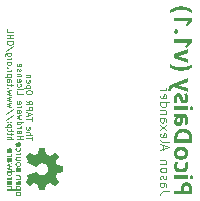
<source format=gbo>
%TF.GenerationSoftware,KiCad,Pcbnew,8.0.4*%
%TF.CreationDate,2024-08-22T22:44:09+01:00*%
%TF.ProjectId,PicoChainTerminator,5069636f-4368-4616-996e-5465726d696e,v1.1*%
%TF.SameCoordinates,Original*%
%TF.FileFunction,Legend,Bot*%
%TF.FilePolarity,Positive*%
%FSLAX46Y46*%
G04 Gerber Fmt 4.6, Leading zero omitted, Abs format (unit mm)*
G04 Created by KiCad (PCBNEW 8.0.4) date 2024-08-22 22:44:09*
%MOMM*%
%LPD*%
G01*
G04 APERTURE LIST*
%ADD10C,0.000000*%
%ADD11C,0.062500*%
%ADD12C,0.093750*%
%ADD13C,0.300000*%
G04 APERTURE END LIST*
D10*
G36*
X90872602Y-95358890D02*
G01*
X90883706Y-95359673D01*
X90894535Y-95360959D01*
X90905083Y-95362736D01*
X90915343Y-95364988D01*
X90925309Y-95367703D01*
X90934976Y-95370866D01*
X90944337Y-95374463D01*
X90953387Y-95378479D01*
X90962119Y-95382902D01*
X90970527Y-95387716D01*
X90978606Y-95392908D01*
X90986349Y-95398464D01*
X90993751Y-95404369D01*
X91000805Y-95410610D01*
X91007506Y-95417172D01*
X91013847Y-95424042D01*
X91019822Y-95431205D01*
X91025426Y-95438648D01*
X91030652Y-95446355D01*
X91035495Y-95454314D01*
X91039948Y-95462510D01*
X91044005Y-95470929D01*
X91047661Y-95479557D01*
X91050909Y-95488380D01*
X91053744Y-95497384D01*
X91056158Y-95506554D01*
X91058148Y-95515878D01*
X91059706Y-95525340D01*
X91060826Y-95534927D01*
X91061502Y-95544624D01*
X91061729Y-95554418D01*
X91061010Y-95571752D01*
X91058792Y-95589201D01*
X91057091Y-95597915D01*
X91054979Y-95606594D01*
X91052445Y-95615217D01*
X91049477Y-95623762D01*
X91046063Y-95632209D01*
X91042191Y-95640535D01*
X91037849Y-95648720D01*
X91033025Y-95656742D01*
X91027709Y-95664581D01*
X91021887Y-95672214D01*
X91015548Y-95679620D01*
X91008680Y-95686779D01*
X91001271Y-95693669D01*
X90993310Y-95700268D01*
X90984784Y-95706556D01*
X90975682Y-95712511D01*
X90965992Y-95718112D01*
X90955702Y-95723337D01*
X90944800Y-95728166D01*
X90933275Y-95732576D01*
X90921114Y-95736548D01*
X90908306Y-95740059D01*
X90894839Y-95743088D01*
X90880700Y-95745614D01*
X90865879Y-95747616D01*
X90861201Y-95748055D01*
X90850364Y-95749072D01*
X90834141Y-95749961D01*
X90817201Y-95750263D01*
X90799358Y-95749934D01*
X90782364Y-95748965D01*
X90766200Y-95747380D01*
X90750848Y-95745201D01*
X90736289Y-95742452D01*
X90722505Y-95739157D01*
X90709478Y-95735340D01*
X90697188Y-95731025D01*
X90685617Y-95726234D01*
X90674747Y-95720993D01*
X90664559Y-95715323D01*
X90655035Y-95709250D01*
X90646156Y-95702797D01*
X90637904Y-95695987D01*
X90630259Y-95688844D01*
X90623205Y-95681392D01*
X90616721Y-95673654D01*
X90610790Y-95665654D01*
X90605393Y-95657416D01*
X90600511Y-95648964D01*
X90596126Y-95640321D01*
X90592220Y-95631510D01*
X90585769Y-95613482D01*
X90581009Y-95595069D01*
X90577793Y-95576461D01*
X90575972Y-95557847D01*
X90575398Y-95539416D01*
X90575663Y-95527506D01*
X90576470Y-95515679D01*
X90577831Y-95503951D01*
X90579761Y-95492338D01*
X90582272Y-95480858D01*
X90585379Y-95469525D01*
X90589096Y-95458358D01*
X90593436Y-95447371D01*
X90598412Y-95436582D01*
X90604040Y-95426007D01*
X90610331Y-95415662D01*
X90617300Y-95405564D01*
X90624962Y-95395729D01*
X90633328Y-95386174D01*
X90642414Y-95376914D01*
X90652233Y-95367967D01*
X90711288Y-95437314D01*
X90705976Y-95442716D01*
X90700958Y-95448360D01*
X90696242Y-95454227D01*
X90691833Y-95460295D01*
X90687738Y-95466544D01*
X90683965Y-95472953D01*
X90680519Y-95479502D01*
X90677408Y-95486169D01*
X90674638Y-95492934D01*
X90672215Y-95499777D01*
X90670147Y-95506676D01*
X90668440Y-95513610D01*
X90667101Y-95520561D01*
X90666136Y-95527505D01*
X90665552Y-95534423D01*
X90665356Y-95541295D01*
X90665472Y-95547393D01*
X90665817Y-95553381D01*
X90666393Y-95559254D01*
X90667200Y-95565006D01*
X90668236Y-95570630D01*
X90669502Y-95576123D01*
X90670997Y-95581479D01*
X90672722Y-95586691D01*
X90674677Y-95591756D01*
X90676860Y-95596666D01*
X90679272Y-95601416D01*
X90681913Y-95606002D01*
X90684782Y-95610418D01*
X90687879Y-95614658D01*
X90691205Y-95618716D01*
X90694758Y-95622588D01*
X90698539Y-95626267D01*
X90702548Y-95629749D01*
X90706784Y-95633028D01*
X90711248Y-95636098D01*
X90715938Y-95638954D01*
X90720855Y-95641590D01*
X90725999Y-95644001D01*
X90731369Y-95646181D01*
X90736966Y-95648126D01*
X90742788Y-95649829D01*
X90748837Y-95651285D01*
X90755111Y-95652489D01*
X90761611Y-95653434D01*
X90768336Y-95654117D01*
X90775286Y-95654530D01*
X90782461Y-95654669D01*
X90861201Y-95654669D01*
X90867867Y-95654378D01*
X90874334Y-95653855D01*
X90880601Y-95653106D01*
X90886669Y-95652135D01*
X90892536Y-95650948D01*
X90898200Y-95649547D01*
X90903662Y-95647940D01*
X90908921Y-95646130D01*
X90913975Y-95644122D01*
X90918824Y-95641921D01*
X90923466Y-95639532D01*
X90927902Y-95636960D01*
X90932129Y-95634209D01*
X90936148Y-95631284D01*
X90939957Y-95628191D01*
X90943556Y-95624933D01*
X90946943Y-95621516D01*
X90950118Y-95617945D01*
X90953080Y-95614224D01*
X90955828Y-95610358D01*
X90958361Y-95606352D01*
X90960679Y-95602210D01*
X90962779Y-95597939D01*
X90964663Y-95593541D01*
X90966328Y-95589023D01*
X90967774Y-95584389D01*
X90968999Y-95579644D01*
X90970004Y-95574792D01*
X90970787Y-95569839D01*
X90971348Y-95564789D01*
X90971684Y-95559647D01*
X90971797Y-95554418D01*
X90971684Y-95549192D01*
X90971348Y-95544057D01*
X90970787Y-95539019D01*
X90970004Y-95534082D01*
X90968999Y-95529250D01*
X90967774Y-95524527D01*
X90966328Y-95519917D01*
X90964663Y-95515425D01*
X90962779Y-95511056D01*
X90960679Y-95506813D01*
X90958361Y-95502700D01*
X90955828Y-95498723D01*
X90953080Y-95494885D01*
X90950118Y-95491191D01*
X90946943Y-95487645D01*
X90943556Y-95484251D01*
X90939957Y-95481013D01*
X90936148Y-95477937D01*
X90932129Y-95475025D01*
X90927902Y-95472284D01*
X90923466Y-95469716D01*
X90918824Y-95467326D01*
X90913975Y-95465118D01*
X90908921Y-95463097D01*
X90903662Y-95461267D01*
X90898200Y-95459633D01*
X90892535Y-95458198D01*
X90886669Y-95456967D01*
X90880601Y-95455944D01*
X90874334Y-95455134D01*
X90867867Y-95454540D01*
X90861201Y-95454168D01*
X90861201Y-95654669D01*
X90782461Y-95654669D01*
X90782461Y-95358627D01*
X90861228Y-95358627D01*
X90872602Y-95358890D01*
G37*
G36*
X91056067Y-96668473D02*
G01*
X90723433Y-96759304D01*
X90723433Y-96761236D01*
X91056067Y-96868974D01*
X91056067Y-96938321D01*
X90723433Y-97046060D01*
X90723433Y-97047938D01*
X91056067Y-97138849D01*
X91056067Y-97240026D01*
X90581007Y-97088234D01*
X90581007Y-97003911D01*
X90913668Y-96904587D01*
X90913668Y-96902709D01*
X90581007Y-96803384D01*
X90581007Y-96719008D01*
X91056067Y-96567243D01*
X91056067Y-96668473D01*
G37*
G36*
X91779691Y-95639097D02*
G01*
X91783601Y-95644655D01*
X91787298Y-95650287D01*
X91790771Y-95656000D01*
X91794015Y-95661798D01*
X91797019Y-95667688D01*
X91799776Y-95673676D01*
X91802278Y-95679768D01*
X91804516Y-95685969D01*
X91806482Y-95692285D01*
X91808169Y-95698723D01*
X91809567Y-95705287D01*
X91810669Y-95711984D01*
X91811466Y-95718821D01*
X91811950Y-95725801D01*
X91812113Y-95732932D01*
X91811894Y-95742329D01*
X91811234Y-95751543D01*
X91810135Y-95760566D01*
X91808597Y-95769390D01*
X91806619Y-95778006D01*
X91804202Y-95786405D01*
X91801346Y-95794580D01*
X91798051Y-95802521D01*
X91794316Y-95810221D01*
X91790143Y-95817671D01*
X91785531Y-95824863D01*
X91780480Y-95831788D01*
X91774990Y-95838437D01*
X91769062Y-95844804D01*
X91762695Y-95850878D01*
X91755889Y-95856651D01*
X91755889Y-95858504D01*
X91806478Y-95858504D01*
X91806478Y-95954098D01*
X91331418Y-95954098D01*
X91331418Y-95858504D01*
X91617195Y-95858504D01*
X91623581Y-95858371D01*
X91629738Y-95857977D01*
X91635668Y-95857331D01*
X91641373Y-95856441D01*
X91646853Y-95855315D01*
X91652112Y-95853961D01*
X91657150Y-95852387D01*
X91661970Y-95850603D01*
X91666573Y-95848615D01*
X91670960Y-95846432D01*
X91675134Y-95844063D01*
X91679096Y-95841515D01*
X91682849Y-95838797D01*
X91686393Y-95835917D01*
X91689730Y-95832883D01*
X91692862Y-95829704D01*
X91695791Y-95826387D01*
X91698519Y-95822941D01*
X91701047Y-95819375D01*
X91703377Y-95815695D01*
X91705511Y-95811911D01*
X91707450Y-95808031D01*
X91709197Y-95804063D01*
X91710752Y-95800014D01*
X91713296Y-95791712D01*
X91715096Y-95783188D01*
X91716166Y-95774509D01*
X91716519Y-95765741D01*
X91716442Y-95761263D01*
X91716204Y-95756962D01*
X91715803Y-95752815D01*
X91715231Y-95748802D01*
X91714483Y-95744899D01*
X91713554Y-95741085D01*
X91712439Y-95737337D01*
X91711132Y-95733634D01*
X91709627Y-95729953D01*
X91707919Y-95726272D01*
X91706003Y-95722569D01*
X91703872Y-95718823D01*
X91701523Y-95715010D01*
X91698949Y-95711110D01*
X91696144Y-95707099D01*
X91693104Y-95702955D01*
X91775574Y-95633608D01*
X91779691Y-95639097D01*
G37*
G36*
X91587818Y-96520139D02*
G01*
X91604873Y-96520677D01*
X91620643Y-96521585D01*
X91635221Y-96522873D01*
X91648700Y-96524551D01*
X91661174Y-96526627D01*
X91672736Y-96529113D01*
X91683480Y-96532017D01*
X91693499Y-96535350D01*
X91702886Y-96539120D01*
X91711736Y-96543338D01*
X91720140Y-96548013D01*
X91728194Y-96553154D01*
X91735989Y-96558772D01*
X91743620Y-96564877D01*
X91751180Y-96571476D01*
X91756652Y-96576609D01*
X91762139Y-96582176D01*
X91767591Y-96588196D01*
X91772957Y-96594687D01*
X91778186Y-96601666D01*
X91783226Y-96609151D01*
X91788028Y-96617161D01*
X91792541Y-96625713D01*
X91794673Y-96630198D01*
X91796713Y-96634825D01*
X91798655Y-96639597D01*
X91800494Y-96644516D01*
X91802221Y-96649583D01*
X91803832Y-96654802D01*
X91805320Y-96660175D01*
X91806678Y-96665703D01*
X91807900Y-96671390D01*
X91808980Y-96677236D01*
X91809911Y-96683245D01*
X91810687Y-96689419D01*
X91811301Y-96695760D01*
X91811748Y-96702270D01*
X91812021Y-96708952D01*
X91812113Y-96715807D01*
X91811748Y-96729334D01*
X91810687Y-96742177D01*
X91808980Y-96754353D01*
X91806678Y-96765880D01*
X91803832Y-96776775D01*
X91800494Y-96787058D01*
X91796713Y-96796745D01*
X91792541Y-96805854D01*
X91788028Y-96814404D01*
X91783226Y-96822412D01*
X91778185Y-96829897D01*
X91772957Y-96836875D01*
X91767591Y-96843365D01*
X91762139Y-96849384D01*
X91756652Y-96854952D01*
X91751180Y-96860084D01*
X91743616Y-96866685D01*
X91735982Y-96872791D01*
X91728184Y-96878411D01*
X91720129Y-96883556D01*
X91711724Y-96888235D01*
X91702875Y-96892457D01*
X91693488Y-96896232D01*
X91683470Y-96899570D01*
X91672727Y-96902479D01*
X91661167Y-96904969D01*
X91648694Y-96907051D01*
X91635217Y-96908732D01*
X91620641Y-96910024D01*
X91604872Y-96910934D01*
X91587818Y-96911474D01*
X91569385Y-96911651D01*
X91550792Y-96911474D01*
X91533598Y-96910934D01*
X91517707Y-96910024D01*
X91503025Y-96908732D01*
X91489456Y-96907051D01*
X91476907Y-96904969D01*
X91465283Y-96902479D01*
X91454489Y-96899570D01*
X91444431Y-96896232D01*
X91435013Y-96892457D01*
X91426141Y-96888235D01*
X91417721Y-96883556D01*
X91409658Y-96878411D01*
X91401857Y-96872791D01*
X91394224Y-96866685D01*
X91386663Y-96860084D01*
X91381192Y-96854952D01*
X91375706Y-96849384D01*
X91370257Y-96843365D01*
X91364895Y-96836875D01*
X91359670Y-96829897D01*
X91354634Y-96822413D01*
X91349836Y-96814404D01*
X91345329Y-96805855D01*
X91343200Y-96801371D01*
X91341162Y-96796745D01*
X91339222Y-96791975D01*
X91337386Y-96787058D01*
X91335660Y-96781992D01*
X91334052Y-96776775D01*
X91332566Y-96771405D01*
X91331210Y-96765880D01*
X91329990Y-96760196D01*
X91328912Y-96754353D01*
X91327982Y-96748347D01*
X91327207Y-96742177D01*
X91326594Y-96735840D01*
X91326147Y-96729334D01*
X91325875Y-96722657D01*
X91325783Y-96715807D01*
X91421324Y-96715807D01*
X91421497Y-96721913D01*
X91422006Y-96727937D01*
X91422835Y-96733857D01*
X91423971Y-96739655D01*
X91425398Y-96745311D01*
X91427101Y-96750805D01*
X91429065Y-96756119D01*
X91431275Y-96761233D01*
X91433716Y-96766126D01*
X91436373Y-96770781D01*
X91439231Y-96775176D01*
X91442275Y-96779293D01*
X91445490Y-96783113D01*
X91448861Y-96786615D01*
X91452373Y-96789780D01*
X91456011Y-96792589D01*
X91460695Y-96795791D01*
X91465308Y-96798717D01*
X91469933Y-96801377D01*
X91474656Y-96803779D01*
X91479558Y-96805934D01*
X91484725Y-96807851D01*
X91490240Y-96809540D01*
X91496188Y-96811011D01*
X91502651Y-96812272D01*
X91509714Y-96813334D01*
X91517460Y-96814206D01*
X91525975Y-96814898D01*
X91535340Y-96815420D01*
X91545641Y-96815781D01*
X91556961Y-96815990D01*
X91569385Y-96816058D01*
X91592824Y-96815781D01*
X91603004Y-96815420D01*
X91612266Y-96814898D01*
X91620694Y-96814206D01*
X91628369Y-96813334D01*
X91635374Y-96812272D01*
X91641791Y-96811011D01*
X91647702Y-96809540D01*
X91653190Y-96807851D01*
X91658337Y-96805934D01*
X91663225Y-96803779D01*
X91667936Y-96801377D01*
X91672553Y-96798717D01*
X91677158Y-96795791D01*
X91681833Y-96792589D01*
X91683664Y-96791230D01*
X91685466Y-96789780D01*
X91688975Y-96786615D01*
X91692344Y-96783113D01*
X91695557Y-96779293D01*
X91698600Y-96775176D01*
X91701458Y-96770781D01*
X91704116Y-96766126D01*
X91706558Y-96761233D01*
X91708769Y-96756119D01*
X91710735Y-96750805D01*
X91712439Y-96745311D01*
X91713868Y-96739655D01*
X91715005Y-96733857D01*
X91715837Y-96727937D01*
X91716346Y-96721913D01*
X91716520Y-96715807D01*
X91716347Y-96709692D01*
X91715838Y-96703662D01*
X91715008Y-96697737D01*
X91713872Y-96691936D01*
X91712445Y-96686278D01*
X91710742Y-96680783D01*
X91708778Y-96675468D01*
X91706568Y-96670355D01*
X91704127Y-96665461D01*
X91701470Y-96660806D01*
X91698612Y-96656410D01*
X91695568Y-96652291D01*
X91692353Y-96648468D01*
X91688983Y-96644962D01*
X91685471Y-96641790D01*
X91681833Y-96638972D01*
X91677157Y-96635770D01*
X91672551Y-96632846D01*
X91667930Y-96630189D01*
X91663210Y-96627790D01*
X91658308Y-96625639D01*
X91653141Y-96623726D01*
X91647625Y-96622042D01*
X91641675Y-96620577D01*
X91635209Y-96619320D01*
X91628143Y-96618263D01*
X91620393Y-96617395D01*
X91611876Y-96616707D01*
X91602507Y-96616189D01*
X91592204Y-96615831D01*
X91580882Y-96615623D01*
X91568458Y-96615556D01*
X91545021Y-96615831D01*
X91534844Y-96616189D01*
X91525584Y-96616707D01*
X91517159Y-96617395D01*
X91509488Y-96618263D01*
X91502486Y-96619320D01*
X91496072Y-96620577D01*
X91490163Y-96622042D01*
X91484676Y-96623726D01*
X91479530Y-96625639D01*
X91474641Y-96627790D01*
X91469927Y-96630189D01*
X91465306Y-96632846D01*
X91460694Y-96635770D01*
X91456011Y-96638972D01*
X91454179Y-96640335D01*
X91452377Y-96641790D01*
X91448868Y-96644962D01*
X91445500Y-96648468D01*
X91442286Y-96652291D01*
X91439243Y-96656410D01*
X91436385Y-96660806D01*
X91433727Y-96665461D01*
X91431285Y-96670355D01*
X91429074Y-96675468D01*
X91427108Y-96680783D01*
X91425404Y-96686278D01*
X91423975Y-96691936D01*
X91422838Y-96697737D01*
X91422007Y-96703662D01*
X91421497Y-96709692D01*
X91421324Y-96715807D01*
X91325783Y-96715807D01*
X91326147Y-96702270D01*
X91327207Y-96689419D01*
X91328912Y-96677236D01*
X91331210Y-96665703D01*
X91334052Y-96654803D01*
X91337386Y-96644516D01*
X91341162Y-96634825D01*
X91345329Y-96625713D01*
X91349837Y-96617161D01*
X91354634Y-96609151D01*
X91359670Y-96601666D01*
X91364895Y-96594687D01*
X91370257Y-96588196D01*
X91375707Y-96582176D01*
X91381192Y-96576609D01*
X91386663Y-96571476D01*
X91394224Y-96564877D01*
X91401858Y-96558772D01*
X91409660Y-96553154D01*
X91417725Y-96548013D01*
X91426146Y-96543338D01*
X91435020Y-96539120D01*
X91444439Y-96535350D01*
X91454499Y-96532017D01*
X91465294Y-96529113D01*
X91476919Y-96526627D01*
X91489468Y-96524551D01*
X91503036Y-96522873D01*
X91517717Y-96521585D01*
X91533605Y-96520677D01*
X91550797Y-96520139D01*
X91569385Y-96519962D01*
X91587818Y-96520139D01*
G37*
G36*
X91806478Y-96154467D02*
G01*
X91523506Y-96154467D01*
X91517526Y-96154584D01*
X91511707Y-96154932D01*
X91506050Y-96155507D01*
X91500558Y-96156303D01*
X91495233Y-96157315D01*
X91490076Y-96158538D01*
X91485090Y-96159967D01*
X91480275Y-96161598D01*
X91475635Y-96163425D01*
X91471171Y-96165444D01*
X91466885Y-96167649D01*
X91462778Y-96170035D01*
X91458854Y-96172598D01*
X91455113Y-96175332D01*
X91451557Y-96178233D01*
X91448189Y-96181295D01*
X91445011Y-96184514D01*
X91442023Y-96187885D01*
X91439229Y-96191402D01*
X91436630Y-96195061D01*
X91434228Y-96198857D01*
X91432025Y-96202784D01*
X91430022Y-96206838D01*
X91428223Y-96211014D01*
X91426628Y-96215307D01*
X91425239Y-96219711D01*
X91424059Y-96224223D01*
X91423089Y-96228836D01*
X91422331Y-96233546D01*
X91421788Y-96238348D01*
X91421460Y-96243237D01*
X91421351Y-96248209D01*
X91421460Y-96253259D01*
X91421788Y-96258223D01*
X91422331Y-96263094D01*
X91423089Y-96267869D01*
X91424059Y-96272543D01*
X91425239Y-96277111D01*
X91426628Y-96281567D01*
X91428223Y-96285908D01*
X91430022Y-96290128D01*
X91432025Y-96294222D01*
X91434228Y-96298187D01*
X91436630Y-96302016D01*
X91439229Y-96305705D01*
X91442023Y-96309250D01*
X91445011Y-96312645D01*
X91448189Y-96315886D01*
X91451557Y-96318967D01*
X91455113Y-96321885D01*
X91458854Y-96324634D01*
X91462778Y-96327209D01*
X91466885Y-96329606D01*
X91471171Y-96331820D01*
X91475635Y-96333846D01*
X91480275Y-96335679D01*
X91485090Y-96337314D01*
X91490076Y-96338747D01*
X91495233Y-96339972D01*
X91500558Y-96340986D01*
X91506050Y-96341783D01*
X91511707Y-96342358D01*
X91517526Y-96342706D01*
X91523506Y-96342823D01*
X91806478Y-96342823D01*
X91806478Y-96438364D01*
X91490671Y-96438364D01*
X91490671Y-96438365D01*
X91480719Y-96438120D01*
X91471065Y-96437399D01*
X91461709Y-96436218D01*
X91452654Y-96434594D01*
X91443899Y-96432544D01*
X91435447Y-96430086D01*
X91427299Y-96427237D01*
X91419455Y-96424014D01*
X91411918Y-96420434D01*
X91404688Y-96416514D01*
X91397766Y-96412271D01*
X91391154Y-96407723D01*
X91384852Y-96402887D01*
X91378863Y-96397780D01*
X91373187Y-96392418D01*
X91367825Y-96386820D01*
X91362779Y-96381003D01*
X91358050Y-96374983D01*
X91353639Y-96368778D01*
X91349547Y-96362404D01*
X91345776Y-96355880D01*
X91342326Y-96349222D01*
X91339199Y-96342447D01*
X91336396Y-96335573D01*
X91333919Y-96328616D01*
X91331768Y-96321595D01*
X91328449Y-96307425D01*
X91326451Y-96293200D01*
X91325951Y-96286111D01*
X91325783Y-96279059D01*
X91326003Y-96269834D01*
X91326663Y-96260771D01*
X91327761Y-96251879D01*
X91329300Y-96243167D01*
X91331277Y-96234647D01*
X91333694Y-96226326D01*
X91336551Y-96218216D01*
X91339846Y-96210327D01*
X91343580Y-96202667D01*
X91347753Y-96195248D01*
X91352366Y-96188078D01*
X91357417Y-96181167D01*
X91362906Y-96174526D01*
X91368835Y-96168165D01*
X91375202Y-96162092D01*
X91382007Y-96156319D01*
X91382007Y-96154467D01*
X91331366Y-96154467D01*
X91331366Y-96058926D01*
X91806478Y-96058926D01*
X91806478Y-96154467D01*
G37*
G36*
X91587818Y-99008572D02*
G01*
X91604873Y-99009111D01*
X91620643Y-99010020D01*
X91635221Y-99011310D01*
X91648700Y-99012989D01*
X91661174Y-99015068D01*
X91672736Y-99017556D01*
X91683480Y-99020463D01*
X91693499Y-99023798D01*
X91702886Y-99027571D01*
X91711736Y-99031791D01*
X91720140Y-99036468D01*
X91728194Y-99041611D01*
X91735989Y-99047230D01*
X91743620Y-99053335D01*
X91751180Y-99059936D01*
X91756652Y-99065069D01*
X91762139Y-99070637D01*
X91767591Y-99076658D01*
X91772957Y-99083149D01*
X91778186Y-99090129D01*
X91783226Y-99097616D01*
X91788028Y-99105626D01*
X91792541Y-99114179D01*
X91794673Y-99118664D01*
X91796713Y-99123291D01*
X91798655Y-99128062D01*
X91800494Y-99132980D01*
X91802221Y-99138047D01*
X91803832Y-99143265D01*
X91805320Y-99148636D01*
X91806678Y-99154162D01*
X91807900Y-99159847D01*
X91808980Y-99165691D01*
X91809911Y-99171697D01*
X91810687Y-99177868D01*
X91811301Y-99184206D01*
X91811748Y-99190712D01*
X91812021Y-99197389D01*
X91812113Y-99204239D01*
X91811748Y-99217772D01*
X91810687Y-99230619D01*
X91808980Y-99242800D01*
X91806678Y-99254332D01*
X91803832Y-99265232D01*
X91800494Y-99275519D01*
X91796713Y-99285210D01*
X91792541Y-99294323D01*
X91788028Y-99302877D01*
X91783226Y-99310888D01*
X91778185Y-99318375D01*
X91772957Y-99325356D01*
X91767591Y-99331848D01*
X91762139Y-99337869D01*
X91756652Y-99343437D01*
X91751180Y-99348570D01*
X91743616Y-99355170D01*
X91735982Y-99361274D01*
X91728184Y-99366892D01*
X91720129Y-99372034D01*
X91711724Y-99376709D01*
X91702875Y-99380926D01*
X91693488Y-99384697D01*
X91683470Y-99388029D01*
X91672727Y-99390933D01*
X91661167Y-99393419D01*
X91648694Y-99395496D01*
X91635217Y-99397173D01*
X91620641Y-99398461D01*
X91604872Y-99399369D01*
X91587818Y-99399907D01*
X91569385Y-99400084D01*
X91550792Y-99399907D01*
X91533598Y-99399369D01*
X91517707Y-99398461D01*
X91503025Y-99397173D01*
X91489456Y-99395496D01*
X91476907Y-99393419D01*
X91465283Y-99390933D01*
X91454489Y-99388029D01*
X91444431Y-99384697D01*
X91435013Y-99380926D01*
X91426141Y-99376709D01*
X91417721Y-99372034D01*
X91409658Y-99366892D01*
X91401857Y-99361274D01*
X91394224Y-99355170D01*
X91386663Y-99348570D01*
X91381192Y-99343437D01*
X91375706Y-99337869D01*
X91370257Y-99331848D01*
X91364895Y-99325356D01*
X91359670Y-99318375D01*
X91354634Y-99310888D01*
X91349836Y-99302877D01*
X91345329Y-99294323D01*
X91343200Y-99289838D01*
X91341162Y-99285210D01*
X91339222Y-99280438D01*
X91337386Y-99275519D01*
X91335660Y-99270451D01*
X91334052Y-99265232D01*
X91332566Y-99259860D01*
X91331210Y-99254332D01*
X91329990Y-99248646D01*
X91328912Y-99242800D01*
X91327982Y-99236792D01*
X91327207Y-99230619D01*
X91326594Y-99224280D01*
X91326147Y-99217772D01*
X91325875Y-99211092D01*
X91325783Y-99204239D01*
X91421324Y-99204239D01*
X91421497Y-99210355D01*
X91422006Y-99216384D01*
X91422835Y-99222309D01*
X91423971Y-99228110D01*
X91425398Y-99233768D01*
X91427101Y-99239264D01*
X91429065Y-99244578D01*
X91431275Y-99249692D01*
X91433716Y-99254585D01*
X91436373Y-99259240D01*
X91439231Y-99263636D01*
X91442275Y-99267756D01*
X91445490Y-99271578D01*
X91448861Y-99275085D01*
X91452373Y-99278257D01*
X91456011Y-99281074D01*
X91460695Y-99284272D01*
X91465308Y-99287194D01*
X91469933Y-99289850D01*
X91474656Y-99292249D01*
X91479558Y-99294402D01*
X91484725Y-99296317D01*
X91490240Y-99298004D01*
X91496188Y-99299473D01*
X91502651Y-99300733D01*
X91509714Y-99301794D01*
X91517460Y-99302666D01*
X91525975Y-99303358D01*
X91535340Y-99303879D01*
X91545641Y-99304240D01*
X91556961Y-99304449D01*
X91569385Y-99304517D01*
X91592824Y-99304240D01*
X91603004Y-99303879D01*
X91612266Y-99303358D01*
X91620694Y-99302666D01*
X91628369Y-99301794D01*
X91635374Y-99300733D01*
X91641791Y-99299473D01*
X91647702Y-99298004D01*
X91653190Y-99296317D01*
X91658337Y-99294402D01*
X91663225Y-99292249D01*
X91667936Y-99289850D01*
X91672553Y-99287194D01*
X91677158Y-99284272D01*
X91681833Y-99281074D01*
X91683664Y-99279711D01*
X91685466Y-99278257D01*
X91688975Y-99275085D01*
X91692344Y-99271578D01*
X91695557Y-99267756D01*
X91698600Y-99263636D01*
X91701458Y-99259240D01*
X91704116Y-99254585D01*
X91706558Y-99249692D01*
X91708769Y-99244578D01*
X91710735Y-99239264D01*
X91712439Y-99233768D01*
X91713868Y-99228110D01*
X91715005Y-99222309D01*
X91715837Y-99216384D01*
X91716346Y-99210355D01*
X91716520Y-99204239D01*
X91716347Y-99198129D01*
X91715838Y-99192103D01*
X91715008Y-99186182D01*
X91713872Y-99180384D01*
X91712445Y-99174728D01*
X91710742Y-99169234D01*
X91708778Y-99163920D01*
X91706568Y-99158807D01*
X91704127Y-99153913D01*
X91701470Y-99149258D01*
X91698612Y-99144859D01*
X91695568Y-99140738D01*
X91692353Y-99136913D01*
X91688983Y-99133403D01*
X91685471Y-99130227D01*
X91681833Y-99127404D01*
X91677157Y-99124207D01*
X91672551Y-99121286D01*
X91667930Y-99118631D01*
X91663210Y-99116234D01*
X91658308Y-99114083D01*
X91653141Y-99112170D01*
X91647625Y-99110486D01*
X91641675Y-99109019D01*
X91635209Y-99107761D01*
X91628143Y-99106703D01*
X91620393Y-99105833D01*
X91611876Y-99105143D01*
X91602507Y-99104624D01*
X91592204Y-99104265D01*
X91580882Y-99104056D01*
X91568458Y-99103989D01*
X91545021Y-99104265D01*
X91534844Y-99104624D01*
X91525584Y-99105143D01*
X91517159Y-99105833D01*
X91509488Y-99106703D01*
X91502486Y-99107761D01*
X91496072Y-99109019D01*
X91490163Y-99110486D01*
X91484676Y-99112170D01*
X91479530Y-99114083D01*
X91474641Y-99116234D01*
X91469927Y-99118631D01*
X91465306Y-99121286D01*
X91460694Y-99124207D01*
X91456011Y-99127404D01*
X91454179Y-99128770D01*
X91452377Y-99130227D01*
X91448868Y-99133403D01*
X91445500Y-99136913D01*
X91442286Y-99140738D01*
X91439243Y-99144859D01*
X91436385Y-99149258D01*
X91433727Y-99153913D01*
X91431285Y-99158807D01*
X91429074Y-99163920D01*
X91427108Y-99169234D01*
X91425404Y-99174728D01*
X91423975Y-99180384D01*
X91422838Y-99186182D01*
X91422007Y-99192103D01*
X91421497Y-99198129D01*
X91421324Y-99204239D01*
X91325783Y-99204239D01*
X91326147Y-99190712D01*
X91327207Y-99177868D01*
X91328912Y-99165691D01*
X91331210Y-99154162D01*
X91334052Y-99143265D01*
X91337386Y-99132980D01*
X91341162Y-99123291D01*
X91345329Y-99114179D01*
X91349837Y-99105626D01*
X91354634Y-99097616D01*
X91359670Y-99090129D01*
X91364895Y-99083149D01*
X91370257Y-99076658D01*
X91375707Y-99070637D01*
X91381192Y-99065069D01*
X91386663Y-99059936D01*
X91394224Y-99053335D01*
X91401858Y-99047230D01*
X91409660Y-99041611D01*
X91417725Y-99036468D01*
X91426146Y-99031791D01*
X91435020Y-99027571D01*
X91444439Y-99023798D01*
X91454499Y-99020463D01*
X91465294Y-99017556D01*
X91476919Y-99015068D01*
X91489468Y-99012989D01*
X91503036Y-99011310D01*
X91517717Y-99010020D01*
X91533605Y-99009111D01*
X91550797Y-99008572D01*
X91569385Y-99008395D01*
X91587818Y-99008572D01*
G37*
G36*
X91589410Y-98547423D02*
G01*
X91608497Y-98547705D01*
X91625824Y-98548196D01*
X91641520Y-98548912D01*
X91655717Y-98549869D01*
X91668544Y-98551084D01*
X91680133Y-98552573D01*
X91690614Y-98554353D01*
X91700117Y-98556441D01*
X91704543Y-98557605D01*
X91708773Y-98558852D01*
X91712824Y-98560184D01*
X91716712Y-98561603D01*
X91720454Y-98563112D01*
X91724066Y-98564711D01*
X91730963Y-98568193D01*
X91737536Y-98572064D01*
X91743914Y-98576340D01*
X91750228Y-98581040D01*
X91756791Y-98586311D01*
X91763110Y-98591936D01*
X91769161Y-98597915D01*
X91774917Y-98604251D01*
X91780355Y-98610943D01*
X91785450Y-98617994D01*
X91790178Y-98625405D01*
X91794512Y-98633176D01*
X91798429Y-98641310D01*
X91801904Y-98649807D01*
X91804913Y-98658668D01*
X91807430Y-98667896D01*
X91809430Y-98677491D01*
X91810890Y-98687454D01*
X91811784Y-98697786D01*
X91812087Y-98708490D01*
X91811826Y-98717570D01*
X91811057Y-98726527D01*
X91809795Y-98735346D01*
X91808060Y-98744013D01*
X91805870Y-98752516D01*
X91803241Y-98760840D01*
X91800192Y-98768972D01*
X91796741Y-98776898D01*
X91792906Y-98784604D01*
X91788704Y-98792077D01*
X91784153Y-98799304D01*
X91779271Y-98806270D01*
X91774075Y-98812962D01*
X91768585Y-98819366D01*
X91762817Y-98825469D01*
X91756789Y-98831256D01*
X91806452Y-98831256D01*
X91806452Y-98927194D01*
X91568459Y-98927194D01*
X90581007Y-98927194D01*
X90581007Y-98831600D01*
X90863979Y-98831600D01*
X90869964Y-98831483D01*
X90875787Y-98831135D01*
X90881447Y-98830560D01*
X90886942Y-98829764D01*
X90892270Y-98828751D01*
X90897429Y-98827526D01*
X90902417Y-98826094D01*
X90907232Y-98824459D01*
X90911873Y-98822627D01*
X90916338Y-98820602D01*
X90920624Y-98818389D01*
X90924730Y-98815993D01*
X90928654Y-98813418D01*
X90932394Y-98810670D01*
X90935949Y-98807753D01*
X90939316Y-98804672D01*
X90942493Y-98801432D01*
X90945479Y-98798038D01*
X90948271Y-98794493D01*
X90950869Y-98790804D01*
X90953269Y-98786975D01*
X90955471Y-98783011D01*
X90957472Y-98778916D01*
X90959270Y-98774696D01*
X90960863Y-98770355D01*
X90962251Y-98765897D01*
X90963429Y-98761329D01*
X90964398Y-98756654D01*
X90965155Y-98751877D01*
X90965698Y-98747004D01*
X90966025Y-98742038D01*
X90966134Y-98736985D01*
X90966025Y-98732017D01*
X90965698Y-98727130D01*
X90965155Y-98722330D01*
X90964398Y-98717621D01*
X90963429Y-98713010D01*
X90962251Y-98708500D01*
X90960863Y-98704097D01*
X90959270Y-98699806D01*
X90957472Y-98695632D01*
X90955471Y-98691579D01*
X90953269Y-98687652D01*
X90950869Y-98683858D01*
X90948272Y-98680200D01*
X90945479Y-98676684D01*
X90942493Y-98673314D01*
X90939316Y-98670095D01*
X90935949Y-98667034D01*
X90932395Y-98664133D01*
X90928654Y-98661399D01*
X90924730Y-98658837D01*
X90920624Y-98656451D01*
X90916338Y-98654246D01*
X90911873Y-98652228D01*
X90907232Y-98650401D01*
X90902417Y-98648770D01*
X90897429Y-98647341D01*
X90892270Y-98646118D01*
X90886942Y-98645106D01*
X90881447Y-98644310D01*
X90875787Y-98643736D01*
X90869964Y-98643387D01*
X90863979Y-98643270D01*
X90581008Y-98643270D01*
X90581008Y-98547702D01*
X90896814Y-98547702D01*
X90906766Y-98547947D01*
X90916421Y-98548668D01*
X90925776Y-98549848D01*
X90934832Y-98551470D01*
X90943586Y-98553518D01*
X90952038Y-98555972D01*
X90960186Y-98558817D01*
X90968030Y-98562035D01*
X90975567Y-98565608D01*
X90982798Y-98569519D01*
X90989720Y-98573751D01*
X90996332Y-98578287D01*
X91002633Y-98583108D01*
X91008622Y-98588199D01*
X91014298Y-98593541D01*
X91019660Y-98599118D01*
X91024706Y-98604911D01*
X91029435Y-98610904D01*
X91033846Y-98617079D01*
X91037938Y-98623419D01*
X91041710Y-98629906D01*
X91045160Y-98636524D01*
X91048286Y-98643255D01*
X91051089Y-98650081D01*
X91053567Y-98656986D01*
X91055718Y-98663952D01*
X91057542Y-98670961D01*
X91059036Y-98677997D01*
X91060201Y-98685041D01*
X91061034Y-98692077D01*
X91061535Y-98699088D01*
X91061703Y-98706056D01*
X91061483Y-98715452D01*
X91060823Y-98724668D01*
X91059724Y-98733697D01*
X91058186Y-98742534D01*
X91056208Y-98751174D01*
X91053791Y-98759610D01*
X91050935Y-98767839D01*
X91047640Y-98775853D01*
X91043906Y-98783647D01*
X91039732Y-98791217D01*
X91035120Y-98798556D01*
X91030069Y-98805659D01*
X91024579Y-98812520D01*
X91018651Y-98819135D01*
X91012284Y-98825497D01*
X91005478Y-98831600D01*
X91381981Y-98831256D01*
X91375790Y-98824544D01*
X91369879Y-98817755D01*
X91364265Y-98810879D01*
X91358964Y-98803903D01*
X91353992Y-98796818D01*
X91349366Y-98789612D01*
X91345103Y-98782275D01*
X91341218Y-98774794D01*
X91337729Y-98767160D01*
X91334651Y-98759361D01*
X91332002Y-98751386D01*
X91329798Y-98743225D01*
X91328612Y-98737541D01*
X91421324Y-98737541D01*
X91421552Y-98745643D01*
X91422225Y-98753265D01*
X91423326Y-98760423D01*
X91424840Y-98767130D01*
X91426750Y-98773401D01*
X91429039Y-98779250D01*
X91431692Y-98784694D01*
X91434692Y-98789744D01*
X91438023Y-98794418D01*
X91441668Y-98798728D01*
X91445612Y-98802690D01*
X91449837Y-98806319D01*
X91454329Y-98809628D01*
X91459069Y-98812632D01*
X91464043Y-98815347D01*
X91469233Y-98817786D01*
X91474624Y-98819964D01*
X91480199Y-98821896D01*
X91491836Y-98825079D01*
X91504015Y-98827453D01*
X91516604Y-98829133D01*
X91529473Y-98830237D01*
X91542492Y-98830881D01*
X91568459Y-98831256D01*
X91581550Y-98831182D01*
X91594731Y-98830880D01*
X91607874Y-98830235D01*
X91620849Y-98829130D01*
X91633528Y-98827448D01*
X91639716Y-98826354D01*
X91645781Y-98825073D01*
X91651708Y-98823588D01*
X91657480Y-98821887D01*
X91663080Y-98819955D01*
X91668494Y-98817776D01*
X91673705Y-98815336D01*
X91678697Y-98812621D01*
X91683453Y-98809616D01*
X91687957Y-98806307D01*
X91692194Y-98802679D01*
X91696147Y-98798716D01*
X91699800Y-98794406D01*
X91703137Y-98789733D01*
X91706142Y-98784683D01*
X91708798Y-98779241D01*
X91711091Y-98773392D01*
X91713002Y-98767122D01*
X91714517Y-98760417D01*
X91715619Y-98753261D01*
X91716292Y-98745641D01*
X91716520Y-98737541D01*
X91716305Y-98729355D01*
X91715671Y-98721653D01*
X91714629Y-98714422D01*
X91713195Y-98707646D01*
X91711382Y-98701311D01*
X91709202Y-98695402D01*
X91706670Y-98689904D01*
X91703799Y-98684802D01*
X91700603Y-98680082D01*
X91697096Y-98675728D01*
X91693290Y-98671727D01*
X91689199Y-98668063D01*
X91684837Y-98664722D01*
X91680218Y-98661688D01*
X91675355Y-98658948D01*
X91670261Y-98656486D01*
X91664950Y-98654287D01*
X91659435Y-98652337D01*
X91647851Y-98649125D01*
X91635615Y-98646731D01*
X91622836Y-98645037D01*
X91609623Y-98643925D01*
X91596083Y-98643276D01*
X91568459Y-98642899D01*
X91554764Y-98642974D01*
X91541155Y-98643276D01*
X91527744Y-98643925D01*
X91514639Y-98645037D01*
X91501951Y-98646731D01*
X91495798Y-98647833D01*
X91489790Y-98649125D01*
X91483941Y-98650622D01*
X91478265Y-98652337D01*
X91472776Y-98654287D01*
X91467487Y-98656486D01*
X91462412Y-98658948D01*
X91457565Y-98661688D01*
X91452960Y-98664722D01*
X91448610Y-98668063D01*
X91444529Y-98671727D01*
X91440730Y-98675728D01*
X91437229Y-98680082D01*
X91434037Y-98684802D01*
X91431170Y-98689904D01*
X91428640Y-98695402D01*
X91426462Y-98701311D01*
X91424649Y-98707646D01*
X91423215Y-98714422D01*
X91422173Y-98721653D01*
X91421539Y-98729355D01*
X91421324Y-98737541D01*
X91328612Y-98737541D01*
X91328054Y-98734865D01*
X91326789Y-98726297D01*
X91326017Y-98717509D01*
X91325757Y-98708490D01*
X91325833Y-98703092D01*
X91326060Y-98697786D01*
X91326435Y-98692574D01*
X91326954Y-98687454D01*
X91327615Y-98682426D01*
X91328414Y-98677491D01*
X91329348Y-98672647D01*
X91330414Y-98667896D01*
X91331610Y-98663236D01*
X91332931Y-98658669D01*
X91334375Y-98654192D01*
X91335939Y-98649807D01*
X91337620Y-98645513D01*
X91339414Y-98641310D01*
X91343332Y-98633176D01*
X91347666Y-98625405D01*
X91352393Y-98617994D01*
X91357488Y-98610943D01*
X91362926Y-98604251D01*
X91368683Y-98597915D01*
X91374733Y-98591936D01*
X91381053Y-98586311D01*
X91387616Y-98581040D01*
X91393921Y-98576340D01*
X91400291Y-98572064D01*
X91406854Y-98568193D01*
X91413740Y-98564712D01*
X91421078Y-98561603D01*
X91428996Y-98558852D01*
X91437623Y-98556441D01*
X91447088Y-98554353D01*
X91457519Y-98552573D01*
X91469047Y-98551084D01*
X91481798Y-98549869D01*
X91495903Y-98548912D01*
X91528688Y-98547705D01*
X91568432Y-98547332D01*
X91589410Y-98547423D01*
G37*
G36*
X91485966Y-96966462D02*
G01*
X91499568Y-96967878D01*
X91512688Y-96970274D01*
X91519050Y-96971848D01*
X91525271Y-96973678D01*
X91531344Y-96975767D01*
X91537263Y-96978119D01*
X91543019Y-96980738D01*
X91548608Y-96983627D01*
X91554020Y-96986790D01*
X91559250Y-96990231D01*
X91564291Y-96993952D01*
X91569136Y-96997958D01*
X91573778Y-97002253D01*
X91578210Y-97006840D01*
X91582425Y-97011722D01*
X91586417Y-97016903D01*
X91590178Y-97022388D01*
X91593701Y-97028178D01*
X91596980Y-97034279D01*
X91600008Y-97040694D01*
X91602778Y-97047426D01*
X91605283Y-97054478D01*
X91607516Y-97061856D01*
X91609471Y-97069562D01*
X91611140Y-97077599D01*
X91612516Y-97085972D01*
X91613593Y-97094684D01*
X91614363Y-97103739D01*
X91619946Y-97182452D01*
X91620849Y-97191032D01*
X91622121Y-97198868D01*
X91623738Y-97205988D01*
X91625676Y-97212417D01*
X91627910Y-97218182D01*
X91629130Y-97220823D01*
X91630414Y-97223309D01*
X91631761Y-97225641D01*
X91633166Y-97227823D01*
X91634626Y-97229858D01*
X91636139Y-97231751D01*
X91637701Y-97233503D01*
X91639309Y-97235119D01*
X91642652Y-97237953D01*
X91646142Y-97240280D01*
X91649756Y-97242125D01*
X91653469Y-97243515D01*
X91657256Y-97244475D01*
X91661091Y-97245032D01*
X91664952Y-97245212D01*
X91667998Y-97245151D01*
X91670992Y-97244965D01*
X91673931Y-97244652D01*
X91676812Y-97244207D01*
X91679632Y-97243627D01*
X91682389Y-97242908D01*
X91685079Y-97242047D01*
X91687700Y-97241040D01*
X91690248Y-97239883D01*
X91692721Y-97238573D01*
X91695116Y-97237107D01*
X91697429Y-97235480D01*
X91699658Y-97233689D01*
X91701800Y-97231730D01*
X91703851Y-97229601D01*
X91705810Y-97227296D01*
X91707673Y-97224813D01*
X91709437Y-97222148D01*
X91711099Y-97219298D01*
X91712656Y-97216259D01*
X91714105Y-97213026D01*
X91715444Y-97209598D01*
X91716670Y-97205969D01*
X91717778Y-97202137D01*
X91718768Y-97198098D01*
X91719635Y-97193848D01*
X91720376Y-97189383D01*
X91720990Y-97184701D01*
X91721472Y-97179797D01*
X91721820Y-97174668D01*
X91722031Y-97169310D01*
X91722102Y-97163720D01*
X91721895Y-97154202D01*
X91721284Y-97144974D01*
X91720283Y-97136017D01*
X91718906Y-97127315D01*
X91717166Y-97118850D01*
X91715078Y-97110603D01*
X91712655Y-97102557D01*
X91709911Y-97094693D01*
X91706860Y-97086996D01*
X91703517Y-97079445D01*
X91699893Y-97072025D01*
X91696005Y-97064716D01*
X91691865Y-97057501D01*
X91687487Y-97050363D01*
X91682886Y-97043283D01*
X91678075Y-97036244D01*
X91747370Y-96977241D01*
X91754584Y-96986141D01*
X91761453Y-96995286D01*
X91767959Y-97004702D01*
X91774087Y-97014416D01*
X91779819Y-97024453D01*
X91785140Y-97034841D01*
X91790032Y-97045605D01*
X91794479Y-97056772D01*
X91798465Y-97068367D01*
X91801973Y-97080418D01*
X91804986Y-97092950D01*
X91807489Y-97105989D01*
X91809464Y-97119562D01*
X91810895Y-97133695D01*
X91811766Y-97148414D01*
X91812060Y-97163746D01*
X91811479Y-97182256D01*
X91809738Y-97200138D01*
X91806841Y-97217315D01*
X91802793Y-97233709D01*
X91797596Y-97249241D01*
X91794569Y-97256659D01*
X91791257Y-97263833D01*
X91787660Y-97270752D01*
X91783778Y-97277406D01*
X91779613Y-97283786D01*
X91775164Y-97289883D01*
X91770433Y-97295686D01*
X91765419Y-97301185D01*
X91760124Y-97306371D01*
X91754547Y-97311234D01*
X91748690Y-97315764D01*
X91742552Y-97319952D01*
X91736135Y-97323787D01*
X91729439Y-97327260D01*
X91722464Y-97330361D01*
X91715210Y-97333080D01*
X91707679Y-97335408D01*
X91699871Y-97337335D01*
X91691787Y-97338850D01*
X91683426Y-97339944D01*
X91674790Y-97340608D01*
X91665878Y-97340832D01*
X91658340Y-97340663D01*
X91651006Y-97340160D01*
X91643876Y-97339331D01*
X91636952Y-97338182D01*
X91630236Y-97336719D01*
X91623727Y-97334951D01*
X91617427Y-97332884D01*
X91611338Y-97330524D01*
X91605459Y-97327878D01*
X91599793Y-97324955D01*
X91594340Y-97321759D01*
X91589102Y-97318298D01*
X91584078Y-97314580D01*
X91579271Y-97310610D01*
X91574682Y-97306396D01*
X91570311Y-97301945D01*
X91566159Y-97297263D01*
X91562228Y-97292357D01*
X91558519Y-97287235D01*
X91555032Y-97281903D01*
X91551769Y-97276367D01*
X91548731Y-97270636D01*
X91545919Y-97264715D01*
X91543333Y-97258612D01*
X91540976Y-97252333D01*
X91538847Y-97245885D01*
X91536948Y-97239276D01*
X91535280Y-97232512D01*
X91532642Y-97218546D01*
X91530941Y-97204042D01*
X91523453Y-97119693D01*
X91522839Y-97113630D01*
X91522025Y-97107769D01*
X91520988Y-97102138D01*
X91519703Y-97096762D01*
X91518149Y-97091668D01*
X91516301Y-97086880D01*
X91514136Y-97082425D01*
X91512928Y-97080330D01*
X91511632Y-97078329D01*
X91510246Y-97076423D01*
X91508766Y-97074617D01*
X91507189Y-97072914D01*
X91505513Y-97071317D01*
X91503735Y-97069829D01*
X91501852Y-97068453D01*
X91499860Y-97067193D01*
X91497758Y-97066052D01*
X91495541Y-97065032D01*
X91493208Y-97064139D01*
X91490755Y-97063374D01*
X91488180Y-97062740D01*
X91485479Y-97062242D01*
X91482650Y-97061882D01*
X91479690Y-97061664D01*
X91476595Y-97061590D01*
X91472875Y-97061705D01*
X91469271Y-97062046D01*
X91465782Y-97062609D01*
X91462410Y-97063389D01*
X91459153Y-97064383D01*
X91456013Y-97065584D01*
X91452990Y-97066990D01*
X91450083Y-97068595D01*
X91447293Y-97070395D01*
X91444619Y-97072386D01*
X91442063Y-97074562D01*
X91439624Y-97076920D01*
X91437303Y-97079455D01*
X91435099Y-97082163D01*
X91433012Y-97085039D01*
X91431044Y-97088079D01*
X91429194Y-97091277D01*
X91427462Y-97094630D01*
X91425848Y-97098134D01*
X91424353Y-97101783D01*
X91422976Y-97105573D01*
X91421719Y-97109501D01*
X91420580Y-97113560D01*
X91419561Y-97117747D01*
X91418661Y-97122057D01*
X91417880Y-97126487D01*
X91417219Y-97131030D01*
X91416678Y-97135684D01*
X91416257Y-97140442D01*
X91415956Y-97145302D01*
X91415775Y-97150258D01*
X91415715Y-97155306D01*
X91415956Y-97167036D01*
X91416677Y-97178349D01*
X91417878Y-97189267D01*
X91419557Y-97199811D01*
X91421713Y-97210005D01*
X91424346Y-97219868D01*
X91427453Y-97229425D01*
X91431034Y-97238696D01*
X91435087Y-97247703D01*
X91439612Y-97256469D01*
X91444607Y-97265015D01*
X91450071Y-97273364D01*
X91456003Y-97281536D01*
X91462402Y-97289555D01*
X91469266Y-97297442D01*
X91476595Y-97305219D01*
X91411032Y-97371735D01*
X91400656Y-97360195D01*
X91390959Y-97348421D01*
X91381940Y-97336418D01*
X91373597Y-97324194D01*
X91365929Y-97311755D01*
X91358935Y-97299110D01*
X91352613Y-97286264D01*
X91346963Y-97273224D01*
X91341982Y-97259998D01*
X91337669Y-97246592D01*
X91334024Y-97233013D01*
X91331044Y-97219268D01*
X91328729Y-97205364D01*
X91327076Y-97191308D01*
X91326086Y-97177107D01*
X91325756Y-97162767D01*
X91326379Y-97142336D01*
X91328232Y-97122567D01*
X91331295Y-97103550D01*
X91335549Y-97085375D01*
X91340972Y-97068135D01*
X91347543Y-97051918D01*
X91355243Y-97036816D01*
X91359510Y-97029711D01*
X91364051Y-97022919D01*
X91368864Y-97016450D01*
X91373947Y-97010317D01*
X91379296Y-97004531D01*
X91384909Y-96999102D01*
X91390784Y-96994043D01*
X91396917Y-96989364D01*
X91403308Y-96985077D01*
X91409952Y-96981193D01*
X91416847Y-96977724D01*
X91423992Y-96974681D01*
X91431382Y-96972075D01*
X91439016Y-96969917D01*
X91446891Y-96968219D01*
X91455005Y-96966992D01*
X91463355Y-96966247D01*
X91471938Y-96965997D01*
X91485966Y-96966462D01*
G37*
G36*
X91248207Y-97386737D02*
G01*
X91005478Y-97386737D01*
X91011669Y-97393449D01*
X91017579Y-97400238D01*
X91023193Y-97407115D01*
X91028495Y-97414090D01*
X91033466Y-97421175D01*
X91038092Y-97428381D01*
X91042356Y-97435719D01*
X91046240Y-97443199D01*
X91049730Y-97450833D01*
X91052807Y-97458632D01*
X91055456Y-97466607D01*
X91057661Y-97474769D01*
X91059404Y-97483128D01*
X91060670Y-97491697D01*
X91061441Y-97500485D01*
X91061702Y-97509504D01*
X91061399Y-97520211D01*
X91060507Y-97530546D01*
X91059050Y-97540510D01*
X91057052Y-97550105D01*
X91054538Y-97559331D01*
X91051533Y-97568190D01*
X91048061Y-97576684D01*
X91044147Y-97584814D01*
X91039815Y-97592582D01*
X91035089Y-97599988D01*
X91029994Y-97607036D01*
X91024555Y-97613724D01*
X91018795Y-97620057D01*
X91012741Y-97626034D01*
X91006415Y-97631657D01*
X90999843Y-97636927D01*
X90993538Y-97641631D01*
X90987170Y-97645912D01*
X90980609Y-97649787D01*
X90973725Y-97653271D01*
X90970122Y-97654872D01*
X90966390Y-97656382D01*
X90962513Y-97657802D01*
X90958474Y-97659135D01*
X90954258Y-97660383D01*
X90949848Y-97661548D01*
X90940384Y-97663637D01*
X90929952Y-97665418D01*
X90918422Y-97666908D01*
X90905666Y-97668124D01*
X90891555Y-97669082D01*
X90875959Y-97669798D01*
X90858750Y-97670289D01*
X90839798Y-97670571D01*
X90818973Y-97670662D01*
X90778926Y-97670289D01*
X90745917Y-97669082D01*
X90731725Y-97668124D01*
X90718902Y-97666908D01*
X90707317Y-97665418D01*
X90696839Y-97663637D01*
X90687338Y-97661548D01*
X90678683Y-97659135D01*
X90670745Y-97656382D01*
X90663392Y-97653271D01*
X90656495Y-97649787D01*
X90649923Y-97645912D01*
X90643545Y-97641631D01*
X90637231Y-97636927D01*
X90630668Y-97631657D01*
X90624348Y-97626034D01*
X90618298Y-97620057D01*
X90612541Y-97613724D01*
X90607103Y-97607036D01*
X90602008Y-97599988D01*
X90597281Y-97592582D01*
X90592947Y-97584814D01*
X90589029Y-97576684D01*
X90587235Y-97572483D01*
X90585554Y-97568190D01*
X90583990Y-97563806D01*
X90582546Y-97559331D01*
X90581225Y-97554764D01*
X90580029Y-97550105D01*
X90578963Y-97545353D01*
X90578029Y-97540510D01*
X90577230Y-97535575D01*
X90576569Y-97530546D01*
X90576050Y-97525425D01*
X90575675Y-97520211D01*
X90575448Y-97514904D01*
X90575372Y-97509504D01*
X90575633Y-97500423D01*
X90576404Y-97491466D01*
X90577668Y-97482645D01*
X90578107Y-97480453D01*
X90670966Y-97480453D01*
X90671180Y-97488639D01*
X90671815Y-97496340D01*
X90672856Y-97503571D01*
X90674290Y-97510347D01*
X90676104Y-97516682D01*
X90678283Y-97522592D01*
X90680815Y-97528090D01*
X90683685Y-97533192D01*
X90686881Y-97537912D01*
X90690388Y-97542265D01*
X90694194Y-97546266D01*
X90698284Y-97549930D01*
X90702645Y-97553272D01*
X90707263Y-97556305D01*
X90712125Y-97559046D01*
X90717218Y-97561508D01*
X90722528Y-97563706D01*
X90728041Y-97565656D01*
X90733743Y-97567372D01*
X90739622Y-97568868D01*
X90745663Y-97570160D01*
X90751853Y-97571263D01*
X90764627Y-97572957D01*
X90777834Y-97574069D01*
X90791366Y-97574717D01*
X90805116Y-97575020D01*
X90818973Y-97575094D01*
X90846294Y-97574717D01*
X90859713Y-97574069D01*
X90872824Y-97572957D01*
X90885517Y-97571263D01*
X90897682Y-97568868D01*
X90909210Y-97565656D01*
X90914701Y-97563706D01*
X90919991Y-97561508D01*
X90925067Y-97559046D01*
X90929915Y-97556305D01*
X90934522Y-97553272D01*
X90938873Y-97549930D01*
X90942954Y-97546266D01*
X90946753Y-97542265D01*
X90950255Y-97537912D01*
X90953447Y-97533192D01*
X90956315Y-97528090D01*
X90958845Y-97522592D01*
X90961023Y-97516682D01*
X90962836Y-97510347D01*
X90964270Y-97503571D01*
X90965312Y-97496340D01*
X90965946Y-97488639D01*
X90966161Y-97480453D01*
X90965933Y-97472351D01*
X90965260Y-97464728D01*
X90964158Y-97457571D01*
X90962643Y-97450864D01*
X90960732Y-97444593D01*
X90958441Y-97438743D01*
X90955787Y-97433300D01*
X90952785Y-97428249D01*
X90949452Y-97423576D01*
X90945804Y-97419265D01*
X90941859Y-97415303D01*
X90937631Y-97411675D01*
X90933137Y-97408366D01*
X90928394Y-97405361D01*
X90923418Y-97402647D01*
X90918225Y-97400208D01*
X90912832Y-97398030D01*
X90907254Y-97396098D01*
X90901509Y-97394397D01*
X90895612Y-97392914D01*
X90889580Y-97391633D01*
X90883430Y-97390540D01*
X90870837Y-97388860D01*
X90857964Y-97387756D01*
X90844942Y-97387112D01*
X90831902Y-97386811D01*
X90818973Y-97386737D01*
X90792703Y-97387112D01*
X90779563Y-97387756D01*
X90766591Y-97388860D01*
X90753917Y-97390540D01*
X90741668Y-97392914D01*
X90729974Y-97396098D01*
X90724376Y-97398030D01*
X90718964Y-97400208D01*
X90713756Y-97402647D01*
X90708767Y-97405361D01*
X90704013Y-97408366D01*
X90699511Y-97411675D01*
X90695277Y-97415303D01*
X90691326Y-97419265D01*
X90687675Y-97423576D01*
X90684340Y-97428249D01*
X90681337Y-97433300D01*
X90678682Y-97438743D01*
X90676391Y-97444593D01*
X90674481Y-97450864D01*
X90672967Y-97457571D01*
X90671866Y-97464728D01*
X90671194Y-97472351D01*
X90670966Y-97480453D01*
X90578107Y-97480453D01*
X90579406Y-97473976D01*
X90581600Y-97465472D01*
X90584232Y-97457146D01*
X90587284Y-97449013D01*
X90590737Y-97441086D01*
X90594575Y-97433378D01*
X90598779Y-97425904D01*
X90603330Y-97418678D01*
X90608211Y-97411713D01*
X90613403Y-97405022D01*
X90618889Y-97398620D01*
X90624651Y-97392521D01*
X90630670Y-97386737D01*
X90581007Y-97386737D01*
X90581007Y-97291170D01*
X91248207Y-97291170D01*
X91248207Y-97386737D01*
G37*
G36*
X91657129Y-97630398D02*
G01*
X91666788Y-97631119D01*
X91676148Y-97632299D01*
X91685207Y-97633922D01*
X91693966Y-97635969D01*
X91702421Y-97638424D01*
X91710572Y-97641268D01*
X91718419Y-97644486D01*
X91725959Y-97648059D01*
X91733192Y-97651970D01*
X91740116Y-97656203D01*
X91746730Y-97660738D01*
X91753033Y-97665560D01*
X91759024Y-97670651D01*
X91764702Y-97675993D01*
X91770065Y-97681569D01*
X91775112Y-97687362D01*
X91779842Y-97693355D01*
X91784254Y-97699530D01*
X91788346Y-97705870D01*
X91792119Y-97712358D01*
X91795569Y-97718976D01*
X91798696Y-97725706D01*
X91801499Y-97732533D01*
X91806129Y-97746403D01*
X91809447Y-97760448D01*
X91811445Y-97774529D01*
X91811946Y-97781540D01*
X91812113Y-97788507D01*
X91811894Y-97797904D01*
X91811234Y-97807117D01*
X91810135Y-97816138D01*
X91808597Y-97824960D01*
X91806619Y-97833573D01*
X91804202Y-97841970D01*
X91801346Y-97850141D01*
X91798051Y-97858079D01*
X91794316Y-97865775D01*
X91790143Y-97873221D01*
X91785531Y-97880409D01*
X91780480Y-97887329D01*
X91774990Y-97893974D01*
X91769062Y-97900335D01*
X91762695Y-97906405D01*
X91755889Y-97912173D01*
X91755889Y-97914078D01*
X91806478Y-97914078D01*
X91806478Y-98009646D01*
X91331418Y-98009646D01*
X91331418Y-97914078D01*
X91614337Y-97914078D01*
X91620322Y-97913961D01*
X91626145Y-97913613D01*
X91631805Y-97913037D01*
X91637300Y-97912241D01*
X91642628Y-97911227D01*
X91647787Y-97910001D01*
X91652775Y-97908568D01*
X91657590Y-97906933D01*
X91662231Y-97905100D01*
X91666696Y-97903074D01*
X91670982Y-97900860D01*
X91675088Y-97898463D01*
X91679012Y-97895887D01*
X91682753Y-97893137D01*
X91686307Y-97890219D01*
X91689674Y-97887137D01*
X91692851Y-97883896D01*
X91695837Y-97880500D01*
X91698630Y-97876954D01*
X91701227Y-97873264D01*
X91703628Y-97869434D01*
X91705829Y-97865469D01*
X91707830Y-97861373D01*
X91709628Y-97857152D01*
X91711222Y-97852809D01*
X91712609Y-97848351D01*
X91713788Y-97843782D01*
X91714756Y-97839107D01*
X91715513Y-97834329D01*
X91716056Y-97829456D01*
X91716383Y-97824490D01*
X91716493Y-97819437D01*
X91716383Y-97814468D01*
X91716056Y-97809581D01*
X91715513Y-97804781D01*
X91714756Y-97800073D01*
X91713788Y-97795461D01*
X91712609Y-97790952D01*
X91711221Y-97786549D01*
X91709628Y-97782257D01*
X91707830Y-97778083D01*
X91705829Y-97774030D01*
X91703627Y-97770104D01*
X91701227Y-97766309D01*
X91698629Y-97762651D01*
X91695837Y-97759135D01*
X91692851Y-97755765D01*
X91689674Y-97752547D01*
X91686307Y-97749485D01*
X91682752Y-97746585D01*
X91679012Y-97743851D01*
X91675088Y-97741288D01*
X91670982Y-97738902D01*
X91666696Y-97736698D01*
X91662231Y-97734679D01*
X91657590Y-97732852D01*
X91652775Y-97731222D01*
X91647786Y-97729792D01*
X91642627Y-97728569D01*
X91637300Y-97727557D01*
X91631805Y-97726762D01*
X91626145Y-97726187D01*
X91620322Y-97725839D01*
X91614337Y-97725721D01*
X91331418Y-97725721D01*
X91331418Y-97630154D01*
X91647172Y-97630154D01*
X91657129Y-97630398D01*
G37*
G36*
X90915979Y-96177721D02*
G01*
X90926283Y-96178420D01*
X90936145Y-96179575D01*
X90945573Y-96181179D01*
X90954573Y-96183222D01*
X90963153Y-96185698D01*
X90971320Y-96188597D01*
X90979080Y-96191912D01*
X90986441Y-96195635D01*
X90993410Y-96199758D01*
X90999993Y-96204272D01*
X91006199Y-96209169D01*
X91012033Y-96214442D01*
X91017503Y-96220083D01*
X91022616Y-96226082D01*
X91027379Y-96232433D01*
X91031799Y-96239127D01*
X91035882Y-96246156D01*
X91039637Y-96253511D01*
X91043070Y-96261186D01*
X91046187Y-96269171D01*
X91048997Y-96277459D01*
X91051506Y-96286042D01*
X91053721Y-96294911D01*
X91055649Y-96304059D01*
X91057297Y-96313477D01*
X91059782Y-96333091D01*
X91061231Y-96353690D01*
X91061702Y-96375209D01*
X91061480Y-96388341D01*
X91060799Y-96401038D01*
X91059642Y-96413306D01*
X91057988Y-96425148D01*
X91055818Y-96436568D01*
X91053113Y-96447570D01*
X91049853Y-96458158D01*
X91046019Y-96468336D01*
X91041591Y-96478107D01*
X91036551Y-96487476D01*
X91030879Y-96496447D01*
X91024555Y-96505024D01*
X91017559Y-96513211D01*
X91009874Y-96521010D01*
X91001479Y-96528428D01*
X90992355Y-96535467D01*
X90935204Y-96460484D01*
X90937700Y-96458884D01*
X90940093Y-96457242D01*
X90942386Y-96455555D01*
X90944578Y-96453819D01*
X90946673Y-96452030D01*
X90948672Y-96450184D01*
X90950575Y-96448279D01*
X90952386Y-96446310D01*
X90954104Y-96444274D01*
X90955732Y-96442166D01*
X90957272Y-96439985D01*
X90958724Y-96437725D01*
X90960090Y-96435384D01*
X90961372Y-96432958D01*
X90962572Y-96430442D01*
X90963690Y-96427834D01*
X90964729Y-96425130D01*
X90965690Y-96422327D01*
X90966574Y-96419420D01*
X90967383Y-96416406D01*
X90968119Y-96413281D01*
X90968783Y-96410042D01*
X90969376Y-96406685D01*
X90969900Y-96403207D01*
X90970748Y-96395873D01*
X90971339Y-96388009D01*
X90971684Y-96379587D01*
X90971797Y-96370578D01*
X90971606Y-96358208D01*
X90971022Y-96346746D01*
X90970025Y-96336176D01*
X90968597Y-96326483D01*
X90966718Y-96317653D01*
X90964369Y-96309670D01*
X90961532Y-96302519D01*
X90959924Y-96299250D01*
X90958187Y-96296184D01*
X90956318Y-96293319D01*
X90954315Y-96290652D01*
X90952175Y-96288182D01*
X90949897Y-96285906D01*
X90947478Y-96283824D01*
X90944915Y-96281932D01*
X90942205Y-96280230D01*
X90939348Y-96278714D01*
X90936340Y-96277385D01*
X90933179Y-96276238D01*
X90929862Y-96275273D01*
X90926387Y-96274488D01*
X90922753Y-96273881D01*
X90918955Y-96273449D01*
X90910863Y-96273106D01*
X90861201Y-96273106D01*
X90861201Y-96405239D01*
X90861013Y-96414666D01*
X90860456Y-96423802D01*
X90859539Y-96432646D01*
X90858273Y-96441198D01*
X90856667Y-96449457D01*
X90854731Y-96457423D01*
X90852474Y-96465095D01*
X90849907Y-96472474D01*
X90847040Y-96479557D01*
X90843881Y-96486345D01*
X90840442Y-96492837D01*
X90836731Y-96499032D01*
X90832758Y-96504931D01*
X90828534Y-96510532D01*
X90824068Y-96515835D01*
X90819370Y-96520839D01*
X90814450Y-96525544D01*
X90809317Y-96529950D01*
X90803981Y-96534055D01*
X90798453Y-96537860D01*
X90792741Y-96541363D01*
X90786856Y-96544565D01*
X90780807Y-96547464D01*
X90774605Y-96550060D01*
X90768259Y-96552353D01*
X90761778Y-96554342D01*
X90755174Y-96556026D01*
X90748454Y-96557406D01*
X90741630Y-96558479D01*
X90734711Y-96559247D01*
X90727707Y-96559708D01*
X90725311Y-96559760D01*
X90720627Y-96559862D01*
X90712955Y-96559681D01*
X90705405Y-96559141D01*
X90697987Y-96558245D01*
X90690708Y-96556997D01*
X90683575Y-96555399D01*
X90676598Y-96553455D01*
X90669783Y-96551168D01*
X90663139Y-96548542D01*
X90656673Y-96545579D01*
X90650394Y-96542283D01*
X90644308Y-96538657D01*
X90638425Y-96534705D01*
X90632752Y-96530430D01*
X90627297Y-96525834D01*
X90622068Y-96520922D01*
X90617073Y-96515696D01*
X90612319Y-96510160D01*
X90607815Y-96504317D01*
X90603568Y-96498171D01*
X90599586Y-96491724D01*
X90595878Y-96484980D01*
X90592450Y-96477941D01*
X90589312Y-96470613D01*
X90586470Y-96462997D01*
X90583933Y-96455097D01*
X90581709Y-96446916D01*
X90579805Y-96438457D01*
X90578230Y-96429724D01*
X90576991Y-96420721D01*
X90576097Y-96411449D01*
X90575554Y-96401913D01*
X90575371Y-96392116D01*
X90575548Y-96380364D01*
X90575571Y-96379892D01*
X90665356Y-96379892D01*
X90665680Y-96391554D01*
X90666627Y-96402316D01*
X90668162Y-96412196D01*
X90670248Y-96421217D01*
X90671487Y-96425411D01*
X90672851Y-96429398D01*
X90674334Y-96433181D01*
X90675934Y-96436761D01*
X90677644Y-96440141D01*
X90679461Y-96443325D01*
X90681381Y-96446313D01*
X90683398Y-96449110D01*
X90685508Y-96451718D01*
X90687707Y-96454139D01*
X90689990Y-96456375D01*
X90692353Y-96458430D01*
X90694792Y-96460306D01*
X90697301Y-96462005D01*
X90699877Y-96463530D01*
X90702515Y-96464884D01*
X90707959Y-96467088D01*
X90713596Y-96468636D01*
X90719392Y-96469550D01*
X90725311Y-96469850D01*
X90728527Y-96469773D01*
X90731670Y-96469542D01*
X90734737Y-96469155D01*
X90737728Y-96468613D01*
X90740640Y-96467914D01*
X90743471Y-96467058D01*
X90746219Y-96466044D01*
X90748883Y-96464871D01*
X90751460Y-96463539D01*
X90753949Y-96462047D01*
X90756347Y-96460395D01*
X90758654Y-96458581D01*
X90760866Y-96456605D01*
X90762983Y-96454467D01*
X90765001Y-96452165D01*
X90766920Y-96449699D01*
X90768737Y-96447069D01*
X90770451Y-96444273D01*
X90772060Y-96441311D01*
X90773561Y-96438182D01*
X90774952Y-96434886D01*
X90776233Y-96431421D01*
X90777401Y-96427788D01*
X90778454Y-96423985D01*
X90779390Y-96420013D01*
X90780207Y-96415869D01*
X90780904Y-96411553D01*
X90781479Y-96407066D01*
X90781929Y-96402406D01*
X90782253Y-96397572D01*
X90782448Y-96392563D01*
X90782514Y-96387380D01*
X90782514Y-96273080D01*
X90747827Y-96273080D01*
X90741075Y-96273160D01*
X90734697Y-96273404D01*
X90728682Y-96273817D01*
X90723021Y-96274403D01*
X90717703Y-96275166D01*
X90712716Y-96276112D01*
X90708052Y-96277245D01*
X90703698Y-96278570D01*
X90699646Y-96280091D01*
X90695884Y-96281812D01*
X90692401Y-96283740D01*
X90689188Y-96285877D01*
X90686234Y-96288229D01*
X90683529Y-96290801D01*
X90681061Y-96293597D01*
X90678820Y-96296621D01*
X90676797Y-96299879D01*
X90674980Y-96303374D01*
X90673359Y-96307113D01*
X90671924Y-96311098D01*
X90670664Y-96315335D01*
X90669568Y-96319829D01*
X90668626Y-96324584D01*
X90667828Y-96329605D01*
X90666621Y-96340462D01*
X90665862Y-96352437D01*
X90665469Y-96365568D01*
X90665356Y-96379892D01*
X90575571Y-96379892D01*
X90576079Y-96369331D01*
X90576970Y-96358988D01*
X90578224Y-96349309D01*
X90579847Y-96340266D01*
X90581841Y-96331831D01*
X90584212Y-96323979D01*
X90586963Y-96316680D01*
X90590099Y-96309908D01*
X90593625Y-96303635D01*
X90597543Y-96297835D01*
X90601859Y-96292479D01*
X90606576Y-96287541D01*
X90611700Y-96282993D01*
X90617234Y-96278808D01*
X90623182Y-96274958D01*
X90623182Y-96273106D01*
X90581007Y-96273106D01*
X90581007Y-96177486D01*
X90905227Y-96177486D01*
X90915979Y-96177721D01*
G37*
G36*
X91029280Y-97678100D02*
G01*
X91033190Y-97683651D01*
X91036886Y-97689279D01*
X91040360Y-97694989D01*
X91043603Y-97700786D01*
X91046608Y-97706676D01*
X91049365Y-97712666D01*
X91051866Y-97718759D01*
X91054104Y-97724963D01*
X91056071Y-97731283D01*
X91057757Y-97737724D01*
X91059156Y-97744291D01*
X91060257Y-97750992D01*
X91061055Y-97757830D01*
X91061539Y-97764812D01*
X91061702Y-97771944D01*
X91061482Y-97781341D01*
X91060823Y-97790554D01*
X91059724Y-97799576D01*
X91058186Y-97808397D01*
X91056208Y-97817011D01*
X91053791Y-97825408D01*
X91050935Y-97833581D01*
X91047639Y-97841520D01*
X91043905Y-97849217D01*
X91039732Y-97856665D01*
X91035120Y-97863854D01*
X91030069Y-97870777D01*
X91024579Y-97877425D01*
X91018650Y-97883790D01*
X91012284Y-97889863D01*
X91005478Y-97895637D01*
X91005478Y-97897515D01*
X91056067Y-97897515D01*
X91056067Y-97993083D01*
X90581007Y-97993083D01*
X90581007Y-97897515D01*
X90866836Y-97897515D01*
X90873218Y-97897382D01*
X90879371Y-97896988D01*
X90885298Y-97896341D01*
X90890999Y-97895450D01*
X90896477Y-97894323D01*
X90901734Y-97892968D01*
X90906771Y-97891393D01*
X90911589Y-97889606D01*
X90916191Y-97887617D01*
X90920578Y-97885432D01*
X90924752Y-97883061D01*
X90928715Y-97880511D01*
X90932468Y-97877791D01*
X90936012Y-97874909D01*
X90939350Y-97871874D01*
X90942484Y-97868692D01*
X90945414Y-97865374D01*
X90948144Y-97861926D01*
X90950673Y-97858358D01*
X90953005Y-97854677D01*
X90955140Y-97850892D01*
X90957081Y-97847010D01*
X90958829Y-97843041D01*
X90960386Y-97838992D01*
X90962933Y-97830689D01*
X90964735Y-97822166D01*
X90965807Y-97813490D01*
X90966161Y-97804726D01*
X90966083Y-97800252D01*
X90965846Y-97795954D01*
X90965444Y-97791810D01*
X90964871Y-97787798D01*
X90964123Y-97783896D01*
X90963193Y-97780081D01*
X90962076Y-97776333D01*
X90960767Y-97772629D01*
X90959259Y-97768946D01*
X90957548Y-97765264D01*
X90955627Y-97761560D01*
X90953492Y-97757812D01*
X90951136Y-97753997D01*
X90948555Y-97750096D01*
X90945742Y-97746084D01*
X90942692Y-97741940D01*
X91025163Y-97672620D01*
X91029280Y-97678100D01*
G37*
G36*
X91622938Y-98091481D02*
G01*
X91634047Y-98092263D01*
X91644881Y-98093550D01*
X91655432Y-98095327D01*
X91665696Y-98097580D01*
X91675665Y-98100296D01*
X91685335Y-98103459D01*
X91694699Y-98107057D01*
X91703752Y-98111075D01*
X91712486Y-98115498D01*
X91720897Y-98120314D01*
X91728978Y-98125507D01*
X91736723Y-98131064D01*
X91744127Y-98136970D01*
X91751182Y-98143212D01*
X91757884Y-98149776D01*
X91764226Y-98156647D01*
X91770203Y-98163811D01*
X91775807Y-98171255D01*
X91781034Y-98178963D01*
X91785877Y-98186923D01*
X91790331Y-98195120D01*
X91794389Y-98203540D01*
X91798045Y-98212169D01*
X91801293Y-98220993D01*
X91804128Y-98229998D01*
X91806543Y-98239169D01*
X91808533Y-98248493D01*
X91810090Y-98257956D01*
X91811210Y-98267543D01*
X91811887Y-98277241D01*
X91812114Y-98287035D01*
X91811395Y-98304373D01*
X91809175Y-98321825D01*
X91807472Y-98330540D01*
X91805359Y-98339221D01*
X91802824Y-98347845D01*
X91799854Y-98356390D01*
X91796437Y-98364837D01*
X91792563Y-98373164D01*
X91788219Y-98381349D01*
X91783394Y-98389371D01*
X91778074Y-98397209D01*
X91772250Y-98404842D01*
X91765909Y-98412248D01*
X91759038Y-98419406D01*
X91751627Y-98426295D01*
X91743663Y-98432894D01*
X91735135Y-98439181D01*
X91726031Y-98445135D01*
X91716339Y-98450735D01*
X91706047Y-98455959D01*
X91695143Y-98460787D01*
X91683615Y-98465197D01*
X91671453Y-98469168D01*
X91658643Y-98472678D01*
X91645174Y-98475707D01*
X91631035Y-98478232D01*
X91616213Y-98480233D01*
X91611533Y-98480673D01*
X91600696Y-98481689D01*
X91584474Y-98482578D01*
X91567533Y-98482879D01*
X91549695Y-98482551D01*
X91532705Y-98481582D01*
X91516545Y-98479997D01*
X91501197Y-98477818D01*
X91486642Y-98475069D01*
X91472862Y-98471774D01*
X91459837Y-98467958D01*
X91447551Y-98463642D01*
X91435983Y-98458852D01*
X91425115Y-98453610D01*
X91414930Y-98447941D01*
X91405407Y-98441868D01*
X91396530Y-98435415D01*
X91388280Y-98428606D01*
X91380637Y-98421463D01*
X91373583Y-98414012D01*
X91367101Y-98406275D01*
X91361171Y-98398276D01*
X91355775Y-98390039D01*
X91350894Y-98381587D01*
X91346510Y-98372945D01*
X91342604Y-98364136D01*
X91336154Y-98346110D01*
X91331395Y-98327700D01*
X91328178Y-98309096D01*
X91326357Y-98290486D01*
X91325783Y-98272060D01*
X91326049Y-98260145D01*
X91326856Y-98248313D01*
X91328217Y-98236582D01*
X91330146Y-98224966D01*
X91332658Y-98213483D01*
X91335765Y-98202148D01*
X91339482Y-98190979D01*
X91343821Y-98179991D01*
X91348798Y-98169201D01*
X91354425Y-98158625D01*
X91360716Y-98148280D01*
X91367686Y-98138181D01*
X91375347Y-98128346D01*
X91383714Y-98118790D01*
X91392799Y-98109530D01*
X91402618Y-98100583D01*
X91461620Y-98169930D01*
X91456317Y-98175327D01*
X91451306Y-98180967D01*
X91446594Y-98186829D01*
X91442188Y-98192893D01*
X91438094Y-98199139D01*
X91434321Y-98205544D01*
X91430874Y-98212090D01*
X91427760Y-98218756D01*
X91424987Y-98225520D01*
X91422562Y-98232363D01*
X91420490Y-98239263D01*
X91418780Y-98246201D01*
X91417438Y-98253155D01*
X91416471Y-98260105D01*
X91415886Y-98267031D01*
X91415689Y-98273912D01*
X91415804Y-98280010D01*
X91416150Y-98285998D01*
X91416726Y-98291871D01*
X91417532Y-98297623D01*
X91418569Y-98303249D01*
X91419835Y-98308743D01*
X91421331Y-98314099D01*
X91423056Y-98319312D01*
X91425010Y-98324377D01*
X91427194Y-98329289D01*
X91429607Y-98334041D01*
X91432248Y-98338628D01*
X91435118Y-98343044D01*
X91438216Y-98347285D01*
X91441543Y-98351345D01*
X91445097Y-98355218D01*
X91448880Y-98358899D01*
X91452890Y-98362382D01*
X91457128Y-98365662D01*
X91461593Y-98368733D01*
X91466286Y-98371590D01*
X91471205Y-98374227D01*
X91476351Y-98376639D01*
X91481724Y-98378821D01*
X91487323Y-98380766D01*
X91493149Y-98382470D01*
X91499201Y-98383926D01*
X91505479Y-98385131D01*
X91511982Y-98386077D01*
X91518712Y-98386759D01*
X91525666Y-98387173D01*
X91532846Y-98387312D01*
X91611533Y-98387312D01*
X91618203Y-98387019D01*
X91624674Y-98386494D01*
X91630945Y-98385743D01*
X91637016Y-98384770D01*
X91642885Y-98383580D01*
X91648552Y-98382178D01*
X91654015Y-98380569D01*
X91659275Y-98378758D01*
X91664330Y-98376748D01*
X91669179Y-98374546D01*
X91673821Y-98372156D01*
X91678257Y-98369583D01*
X91682484Y-98366831D01*
X91686502Y-98363906D01*
X91690310Y-98360811D01*
X91693907Y-98357553D01*
X91697293Y-98354135D01*
X91700467Y-98350564D01*
X91703427Y-98346842D01*
X91706174Y-98342976D01*
X91708705Y-98338969D01*
X91711021Y-98334828D01*
X91713120Y-98330556D01*
X91715002Y-98326158D01*
X91716665Y-98321640D01*
X91718110Y-98317006D01*
X91719334Y-98312261D01*
X91720338Y-98307409D01*
X91721120Y-98302456D01*
X91721680Y-98297406D01*
X91722016Y-98292264D01*
X91722128Y-98287035D01*
X91722016Y-98281809D01*
X91721680Y-98276674D01*
X91721120Y-98271637D01*
X91720338Y-98266700D01*
X91719334Y-98261868D01*
X91718110Y-98257145D01*
X91716665Y-98252537D01*
X91715002Y-98248046D01*
X91713120Y-98243677D01*
X91711021Y-98239435D01*
X91708705Y-98235323D01*
X91706174Y-98231347D01*
X91703427Y-98227510D01*
X91700467Y-98223816D01*
X91697293Y-98220271D01*
X91693907Y-98216877D01*
X91690310Y-98213641D01*
X91686502Y-98210565D01*
X91682484Y-98207654D01*
X91678256Y-98204912D01*
X91673821Y-98202344D01*
X91669179Y-98199954D01*
X91664329Y-98197746D01*
X91659275Y-98195725D01*
X91654015Y-98193895D01*
X91648551Y-98192259D01*
X91642885Y-98190823D01*
X91637016Y-98189591D01*
X91630945Y-98188567D01*
X91624674Y-98187755D01*
X91618203Y-98187159D01*
X91611533Y-98186784D01*
X91611533Y-98387312D01*
X91532846Y-98387312D01*
X91532846Y-98091217D01*
X91611559Y-98091217D01*
X91622938Y-98091481D01*
G37*
G36*
X93817822Y-95350315D02*
G01*
X93818831Y-95350388D01*
X93819835Y-95350509D01*
X93820832Y-95350677D01*
X93821821Y-95350892D01*
X93822801Y-95351151D01*
X93823769Y-95351453D01*
X93824725Y-95351798D01*
X93825667Y-95352184D01*
X93826593Y-95352610D01*
X93828392Y-95353576D01*
X93830112Y-95354687D01*
X93831741Y-95355931D01*
X93833266Y-95357300D01*
X93834676Y-95358784D01*
X93835960Y-95360371D01*
X93837105Y-95362054D01*
X93837622Y-95362927D01*
X93838100Y-95363820D01*
X93838537Y-95364732D01*
X93838932Y-95365661D01*
X93839284Y-95366607D01*
X93839592Y-95367567D01*
X93839852Y-95368541D01*
X93840065Y-95369528D01*
X93920948Y-95804476D01*
X93921412Y-95806470D01*
X93922051Y-95808474D01*
X93922854Y-95810475D01*
X93923810Y-95812461D01*
X93924907Y-95814417D01*
X93926135Y-95816330D01*
X93927481Y-95818188D01*
X93928935Y-95819977D01*
X93930486Y-95821684D01*
X93932122Y-95823295D01*
X93933832Y-95824798D01*
X93935604Y-95826179D01*
X93937428Y-95827425D01*
X93939292Y-95828522D01*
X93941184Y-95829459D01*
X93943094Y-95830220D01*
X94254138Y-95963544D01*
X94256000Y-95964407D01*
X94257974Y-95965133D01*
X94260042Y-95965722D01*
X94262187Y-95966175D01*
X94264392Y-95966493D01*
X94266641Y-95966678D01*
X94268916Y-95966731D01*
X94271200Y-95966653D01*
X94273477Y-95966444D01*
X94275729Y-95966106D01*
X94277939Y-95965640D01*
X94280090Y-95965047D01*
X94282165Y-95964328D01*
X94284148Y-95963484D01*
X94286021Y-95962517D01*
X94287767Y-95961427D01*
X94657125Y-95708009D01*
X94657972Y-95707462D01*
X94658844Y-95706958D01*
X94659739Y-95706495D01*
X94660655Y-95706075D01*
X94661591Y-95705697D01*
X94662545Y-95705360D01*
X94664497Y-95704812D01*
X94666495Y-95704428D01*
X94668526Y-95704209D01*
X94670572Y-95704153D01*
X94672620Y-95704258D01*
X94674652Y-95704524D01*
X94676655Y-95704950D01*
X94678613Y-95705534D01*
X94680510Y-95706275D01*
X94682330Y-95707172D01*
X94683207Y-95707678D01*
X94684059Y-95708224D01*
X94684885Y-95708807D01*
X94685682Y-95709429D01*
X94686448Y-95710089D01*
X94687182Y-95710787D01*
X95003703Y-96027308D01*
X95004401Y-96028042D01*
X95005061Y-96028808D01*
X95005684Y-96029604D01*
X95006268Y-96030429D01*
X95006814Y-96031281D01*
X95007322Y-96032157D01*
X95007792Y-96033056D01*
X95008222Y-96033976D01*
X95008614Y-96034915D01*
X95008966Y-96035871D01*
X95009554Y-96037826D01*
X95009982Y-96039826D01*
X95010251Y-96041857D01*
X95010359Y-96043902D01*
X95010304Y-96045946D01*
X95010085Y-96047974D01*
X95009913Y-96048977D01*
X95009700Y-96049971D01*
X95009446Y-96050953D01*
X95009149Y-96051921D01*
X95008811Y-96052874D01*
X95008430Y-96053809D01*
X95008007Y-96054725D01*
X95007541Y-96055620D01*
X95007032Y-96056492D01*
X95006481Y-96057338D01*
X94748565Y-96433179D01*
X94747478Y-96434917D01*
X94746510Y-96436787D01*
X94745663Y-96438771D01*
X94744936Y-96440851D01*
X94744333Y-96443010D01*
X94743853Y-96445230D01*
X94743498Y-96447494D01*
X94743270Y-96449785D01*
X94743169Y-96452085D01*
X94743197Y-96454376D01*
X94743354Y-96456641D01*
X94743643Y-96458863D01*
X94744063Y-96461024D01*
X94744617Y-96463106D01*
X94745306Y-96465093D01*
X94746131Y-96466966D01*
X94869559Y-96768485D01*
X94869900Y-96769444D01*
X94870286Y-96770400D01*
X94870717Y-96771352D01*
X94871190Y-96772297D01*
X94872256Y-96774166D01*
X94873473Y-96775995D01*
X94874826Y-96777772D01*
X94876303Y-96779487D01*
X94877891Y-96781128D01*
X94879577Y-96782683D01*
X94881347Y-96784143D01*
X94883189Y-96785494D01*
X94885089Y-96786727D01*
X94887035Y-96787829D01*
X94889013Y-96788790D01*
X94891011Y-96789598D01*
X94893015Y-96790242D01*
X94894015Y-96790499D01*
X94895012Y-96790710D01*
X95344883Y-96874451D01*
X95345872Y-96874659D01*
X95346848Y-96874916D01*
X95347810Y-96875219D01*
X95348758Y-96875567D01*
X95349689Y-96875960D01*
X95350603Y-96876394D01*
X95351498Y-96876870D01*
X95352373Y-96877385D01*
X95353226Y-96877937D01*
X95354058Y-96878526D01*
X95354865Y-96879150D01*
X95355648Y-96879807D01*
X95356405Y-96880496D01*
X95357134Y-96881215D01*
X95357835Y-96881963D01*
X95358506Y-96882739D01*
X95359145Y-96883541D01*
X95359753Y-96884366D01*
X95360327Y-96885215D01*
X95360866Y-96886085D01*
X95361369Y-96886976D01*
X95361834Y-96887884D01*
X95362262Y-96888810D01*
X95362649Y-96889751D01*
X95362996Y-96890705D01*
X95363300Y-96891673D01*
X95363561Y-96892651D01*
X95363777Y-96893639D01*
X95363948Y-96894635D01*
X95364071Y-96895637D01*
X95364146Y-96896644D01*
X95364171Y-96897655D01*
X95364171Y-97345330D01*
X95364146Y-97346338D01*
X95364071Y-97347343D01*
X95363948Y-97348343D01*
X95363777Y-97349337D01*
X95363561Y-97350323D01*
X95363300Y-97351300D01*
X95362996Y-97352266D01*
X95362649Y-97353219D01*
X95362262Y-97354159D01*
X95361834Y-97355083D01*
X95360866Y-97356879D01*
X95359753Y-97358597D01*
X95358506Y-97360223D01*
X95357134Y-97361745D01*
X95355648Y-97363153D01*
X95354058Y-97364433D01*
X95353226Y-97365022D01*
X95352373Y-97365574D01*
X95351498Y-97366089D01*
X95350603Y-97366564D01*
X95349689Y-97366999D01*
X95348758Y-97367391D01*
X95347810Y-97367739D01*
X95346848Y-97368043D01*
X95345872Y-97368299D01*
X95344883Y-97368507D01*
X94895012Y-97452222D01*
X94893015Y-97452690D01*
X94891011Y-97453333D01*
X94889013Y-97454140D01*
X94887035Y-97455099D01*
X94885089Y-97456200D01*
X94883189Y-97457431D01*
X94881347Y-97458781D01*
X94879577Y-97460238D01*
X94877891Y-97461793D01*
X94876303Y-97463433D01*
X94874826Y-97465148D01*
X94873473Y-97466926D01*
X94872256Y-97468756D01*
X94871190Y-97470627D01*
X94870286Y-97472527D01*
X94869559Y-97474446D01*
X94746131Y-97775992D01*
X94745306Y-97777870D01*
X94744617Y-97779861D01*
X94744063Y-97781947D01*
X94743642Y-97784110D01*
X94743354Y-97786334D01*
X94743197Y-97788601D01*
X94743169Y-97790893D01*
X94743270Y-97793193D01*
X94743498Y-97795484D01*
X94743853Y-97797747D01*
X94744333Y-97799966D01*
X94744936Y-97802123D01*
X94745663Y-97804200D01*
X94746510Y-97806180D01*
X94747478Y-97808046D01*
X94748565Y-97809779D01*
X95006481Y-98185593D01*
X95007032Y-98186442D01*
X95007541Y-98187317D01*
X95008007Y-98188214D01*
X95008430Y-98189132D01*
X95008811Y-98190070D01*
X95009149Y-98191025D01*
X95009700Y-98192980D01*
X95010085Y-98194981D01*
X95010304Y-98197013D01*
X95010359Y-98199060D01*
X95010251Y-98201108D01*
X95009982Y-98203140D01*
X95009553Y-98205142D01*
X95008966Y-98207098D01*
X95008222Y-98208993D01*
X95007322Y-98210811D01*
X95006814Y-98211686D01*
X95006268Y-98212537D01*
X95005684Y-98213360D01*
X95005061Y-98214155D01*
X95004401Y-98214919D01*
X95003703Y-98215650D01*
X94687182Y-98532198D01*
X94686448Y-98532894D01*
X94685682Y-98533552D01*
X94684885Y-98534173D01*
X94684059Y-98534756D01*
X94683207Y-98535301D01*
X94682330Y-98535808D01*
X94681430Y-98536276D01*
X94680510Y-98536706D01*
X94679570Y-98537097D01*
X94678613Y-98537450D01*
X94676655Y-98538037D01*
X94674652Y-98538466D01*
X94672620Y-98538736D01*
X94670572Y-98538845D01*
X94668526Y-98538792D01*
X94666495Y-98538575D01*
X94665491Y-98538404D01*
X94664497Y-98538192D01*
X94663514Y-98537938D01*
X94662545Y-98537642D01*
X94661591Y-98537304D01*
X94660655Y-98536924D01*
X94659739Y-98536501D01*
X94658844Y-98536036D01*
X94657972Y-98535527D01*
X94657125Y-98534976D01*
X94287767Y-98281532D01*
X94286021Y-98280451D01*
X94284148Y-98279492D01*
X94282165Y-98278655D01*
X94280090Y-98277942D01*
X94277939Y-98277354D01*
X94275729Y-98276891D01*
X94273477Y-98276556D01*
X94271200Y-98276349D01*
X94268916Y-98276271D01*
X94266641Y-98276324D01*
X94264392Y-98276508D01*
X94262187Y-98276825D01*
X94260042Y-98277275D01*
X94257974Y-98277861D01*
X94256000Y-98278583D01*
X94254138Y-98279441D01*
X93943094Y-98412791D01*
X93942138Y-98413147D01*
X93941184Y-98413548D01*
X93939292Y-98414479D01*
X93937428Y-98415572D01*
X93935604Y-98416814D01*
X93933832Y-98418191D01*
X93932122Y-98419690D01*
X93930486Y-98421299D01*
X93928935Y-98423004D01*
X93927481Y-98424792D01*
X93926135Y-98426650D01*
X93924907Y-98428565D01*
X93923810Y-98430524D01*
X93922854Y-98432514D01*
X93922051Y-98434521D01*
X93921412Y-98436532D01*
X93921158Y-98437536D01*
X93920948Y-98438535D01*
X93840065Y-98873457D01*
X93839852Y-98874449D01*
X93839592Y-98875427D01*
X93839284Y-98876391D01*
X93838933Y-98877340D01*
X93838537Y-98878272D01*
X93838100Y-98879187D01*
X93837622Y-98880083D01*
X93837105Y-98880958D01*
X93836551Y-98881812D01*
X93835961Y-98882644D01*
X93835336Y-98883452D01*
X93834678Y-98884234D01*
X93833988Y-98884991D01*
X93833268Y-98885720D01*
X93832520Y-98886420D01*
X93831744Y-98887090D01*
X93830943Y-98887729D01*
X93830117Y-98888336D01*
X93829269Y-98888909D01*
X93828399Y-98889447D01*
X93827509Y-98889949D01*
X93826601Y-98890414D01*
X93825676Y-98890841D01*
X93824736Y-98891227D01*
X93823782Y-98891573D01*
X93822815Y-98891877D01*
X93821837Y-98892137D01*
X93820850Y-98892353D01*
X93819855Y-98892523D01*
X93818853Y-98892646D01*
X93817846Y-98892720D01*
X93816835Y-98892746D01*
X93369186Y-98892719D01*
X93368175Y-98892694D01*
X93367168Y-98892619D01*
X93366165Y-98892496D01*
X93365168Y-98892325D01*
X93364179Y-98892109D01*
X93363199Y-98891848D01*
X93362231Y-98891544D01*
X93361274Y-98891197D01*
X93359404Y-98890382D01*
X93357601Y-98889414D01*
X93355879Y-98888301D01*
X93354247Y-98887054D01*
X93352720Y-98885682D01*
X93351309Y-98884196D01*
X93350025Y-98882606D01*
X93349436Y-98881775D01*
X93348882Y-98880921D01*
X93348367Y-98880046D01*
X93347892Y-98879151D01*
X93347458Y-98878237D01*
X93347066Y-98877306D01*
X93346718Y-98876358D01*
X93346416Y-98875396D01*
X93346162Y-98874420D01*
X93345956Y-98873431D01*
X93267004Y-98449172D01*
X93266799Y-98448175D01*
X93266548Y-98447176D01*
X93265913Y-98445176D01*
X93265111Y-98443184D01*
X93264152Y-98441214D01*
X93263048Y-98439278D01*
X93261812Y-98437390D01*
X93260454Y-98435563D01*
X93258987Y-98433809D01*
X93257422Y-98432142D01*
X93255771Y-98430574D01*
X93254045Y-98429119D01*
X93252255Y-98427789D01*
X93250415Y-98426597D01*
X93248534Y-98425557D01*
X93246625Y-98424682D01*
X93245664Y-98424309D01*
X93244700Y-98423983D01*
X92913838Y-98291533D01*
X92911956Y-98290713D01*
X92909963Y-98290029D01*
X92907876Y-98289480D01*
X92905713Y-98289064D01*
X92903490Y-98288781D01*
X92901225Y-98288628D01*
X92898935Y-98288606D01*
X92896637Y-98288712D01*
X92894349Y-98288945D01*
X92892088Y-98289305D01*
X92889871Y-98289789D01*
X92887715Y-98290398D01*
X92885638Y-98291129D01*
X92883657Y-98291982D01*
X92881789Y-98292955D01*
X92880051Y-98294046D01*
X92528870Y-98535029D01*
X92528023Y-98535578D01*
X92527151Y-98536084D01*
X92526255Y-98536548D01*
X92525338Y-98536969D01*
X92524402Y-98537348D01*
X92523447Y-98537685D01*
X92521494Y-98538234D01*
X92519493Y-98538616D01*
X92517461Y-98538833D01*
X92515412Y-98538887D01*
X92513362Y-98538779D01*
X92511326Y-98538511D01*
X92509321Y-98538083D01*
X92507361Y-98537497D01*
X92505463Y-98536755D01*
X92503640Y-98535858D01*
X92502763Y-98535352D01*
X92501910Y-98534807D01*
X92501084Y-98534225D01*
X92500287Y-98533605D01*
X92499520Y-98532946D01*
X92498787Y-98532251D01*
X92182265Y-98215677D01*
X92181572Y-98214945D01*
X92180916Y-98214181D01*
X92180298Y-98213387D01*
X92179717Y-98212563D01*
X92179175Y-98211713D01*
X92178670Y-98210837D01*
X92178204Y-98209939D01*
X92177776Y-98209020D01*
X92177386Y-98208081D01*
X92177036Y-98207125D01*
X92176452Y-98205169D01*
X92176025Y-98203167D01*
X92175757Y-98201135D01*
X92175648Y-98199087D01*
X92175702Y-98197039D01*
X92175917Y-98195007D01*
X92176087Y-98194002D01*
X92176297Y-98193007D01*
X92176549Y-98192022D01*
X92176843Y-98191052D01*
X92177178Y-98190097D01*
X92177556Y-98189159D01*
X92177975Y-98188241D01*
X92178437Y-98187343D01*
X92178941Y-98186469D01*
X92179487Y-98185620D01*
X92416263Y-97840656D01*
X92417338Y-97838922D01*
X92418281Y-97837064D01*
X92419092Y-97835099D01*
X92419771Y-97833044D01*
X92420316Y-97830917D01*
X92420727Y-97828734D01*
X92421005Y-97826512D01*
X92421148Y-97824269D01*
X92421156Y-97822021D01*
X92421029Y-97819785D01*
X92420766Y-97817579D01*
X92420367Y-97815419D01*
X92419831Y-97813322D01*
X92419158Y-97811306D01*
X92418348Y-97809388D01*
X92417401Y-97807583D01*
X92336173Y-97655448D01*
X92335739Y-97654541D01*
X92335356Y-97653625D01*
X92335026Y-97652704D01*
X92334747Y-97651778D01*
X92334519Y-97650849D01*
X92334341Y-97649918D01*
X92334213Y-97648988D01*
X92334133Y-97648059D01*
X92334102Y-97647133D01*
X92334119Y-97646213D01*
X92334183Y-97645299D01*
X92334294Y-97644393D01*
X92334451Y-97643497D01*
X92334653Y-97642612D01*
X92334900Y-97641740D01*
X92335191Y-97640883D01*
X92335526Y-97640041D01*
X92335904Y-97639218D01*
X92336324Y-97638414D01*
X92336787Y-97637630D01*
X92337290Y-97636870D01*
X92337834Y-97636133D01*
X92338418Y-97635422D01*
X92339042Y-97634739D01*
X92339705Y-97634084D01*
X92340405Y-97633460D01*
X92341144Y-97632868D01*
X92341920Y-97632309D01*
X92342732Y-97631786D01*
X92343580Y-97631300D01*
X92344463Y-97630852D01*
X92345381Y-97630445D01*
X93103333Y-97316755D01*
X93104276Y-97316390D01*
X93105233Y-97316073D01*
X93106203Y-97315803D01*
X93107183Y-97315580D01*
X93108173Y-97315404D01*
X93109169Y-97315273D01*
X93111176Y-97315146D01*
X93113190Y-97315195D01*
X93115196Y-97315415D01*
X93117181Y-97315801D01*
X93119129Y-97316348D01*
X93121026Y-97317052D01*
X93122857Y-97317908D01*
X93124610Y-97318910D01*
X93126267Y-97320055D01*
X93127817Y-97321338D01*
X93128546Y-97322029D01*
X93129243Y-97322753D01*
X93129906Y-97323509D01*
X93130533Y-97324296D01*
X93131121Y-97325114D01*
X93131670Y-97325963D01*
X93154980Y-97364036D01*
X93156725Y-97366784D01*
X93158717Y-97369714D01*
X93160912Y-97372773D01*
X93163268Y-97375906D01*
X93165740Y-97379060D01*
X93168285Y-97382182D01*
X93170860Y-97385218D01*
X93173421Y-97388113D01*
X93190673Y-97413313D01*
X93209404Y-97437363D01*
X93229549Y-97460199D01*
X93251043Y-97481754D01*
X93273821Y-97501962D01*
X93297817Y-97520759D01*
X93322966Y-97538077D01*
X93349204Y-97553852D01*
X93376463Y-97568017D01*
X93390456Y-97574475D01*
X93404680Y-97580507D01*
X93419127Y-97586103D01*
X93433789Y-97591255D01*
X93448658Y-97595956D01*
X93463725Y-97600197D01*
X93478983Y-97603970D01*
X93494422Y-97607266D01*
X93510036Y-97610078D01*
X93525816Y-97612397D01*
X93541753Y-97614215D01*
X93557841Y-97615524D01*
X93574069Y-97616315D01*
X93590431Y-97616581D01*
X93615907Y-97615937D01*
X93641049Y-97614025D01*
X93665825Y-97610876D01*
X93690205Y-97606522D01*
X93714156Y-97600994D01*
X93737649Y-97594322D01*
X93760652Y-97586538D01*
X93783133Y-97577674D01*
X93805063Y-97567759D01*
X93826409Y-97556825D01*
X93847141Y-97544904D01*
X93867227Y-97532027D01*
X93886636Y-97518224D01*
X93905338Y-97503526D01*
X93923301Y-97487966D01*
X93940494Y-97471573D01*
X93956886Y-97454379D01*
X93972446Y-97436416D01*
X93987143Y-97417714D01*
X94000945Y-97398304D01*
X94013822Y-97378217D01*
X94025742Y-97357486D01*
X94036675Y-97336140D01*
X94046589Y-97314211D01*
X94055453Y-97291730D01*
X94063236Y-97268728D01*
X94069907Y-97245236D01*
X94075435Y-97221285D01*
X94079789Y-97196907D01*
X94082937Y-97172133D01*
X94084849Y-97146993D01*
X94085493Y-97121519D01*
X94084849Y-97096045D01*
X94082937Y-97070906D01*
X94079789Y-97046132D01*
X94075435Y-97021754D01*
X94069907Y-96997804D01*
X94063236Y-96974313D01*
X94055453Y-96951312D01*
X94046589Y-96928832D01*
X94036675Y-96906904D01*
X94025742Y-96885559D01*
X94013822Y-96864828D01*
X94000945Y-96844743D01*
X93987143Y-96825334D01*
X93972446Y-96806633D01*
X93956886Y-96788671D01*
X93940494Y-96771479D01*
X93923301Y-96755087D01*
X93905338Y-96739528D01*
X93886636Y-96724832D01*
X93867227Y-96711030D01*
X93847141Y-96698153D01*
X93826409Y-96686233D01*
X93805063Y-96675301D01*
X93783133Y-96665387D01*
X93760652Y-96656523D01*
X93737649Y-96648740D01*
X93714156Y-96642069D01*
X93690205Y-96636541D01*
X93665825Y-96632188D01*
X93641049Y-96629040D01*
X93615907Y-96627128D01*
X93590431Y-96626484D01*
X93557841Y-96627540D01*
X93525816Y-96630666D01*
X93494422Y-96635796D01*
X93463725Y-96642864D01*
X93433789Y-96651804D01*
X93404680Y-96662551D01*
X93376463Y-96675040D01*
X93349204Y-96689203D01*
X93322967Y-96704977D01*
X93297817Y-96722295D01*
X93273821Y-96741091D01*
X93251043Y-96761300D01*
X93229549Y-96782856D01*
X93209404Y-96805694D01*
X93190673Y-96829748D01*
X93173421Y-96854952D01*
X93170860Y-96857831D01*
X93168285Y-96860856D01*
X93165740Y-96863972D01*
X93163268Y-96867122D01*
X93160912Y-96870254D01*
X93158717Y-96873310D01*
X93156725Y-96876235D01*
X93154980Y-96878976D01*
X93131670Y-96917049D01*
X93131121Y-96917893D01*
X93130533Y-96918707D01*
X93129906Y-96919490D01*
X93129243Y-96920243D01*
X93128546Y-96920964D01*
X93127817Y-96921652D01*
X93127057Y-96922308D01*
X93126267Y-96922931D01*
X93125451Y-96923519D01*
X93124610Y-96924073D01*
X93123744Y-96924591D01*
X93122857Y-96925074D01*
X93121951Y-96925520D01*
X93121026Y-96925929D01*
X93120084Y-96926301D01*
X93119129Y-96926634D01*
X93118160Y-96926928D01*
X93117181Y-96927183D01*
X93116192Y-96927397D01*
X93115196Y-96927571D01*
X93114195Y-96927704D01*
X93113190Y-96927794D01*
X93112183Y-96927842D01*
X93111176Y-96927847D01*
X93110171Y-96927808D01*
X93109169Y-96927724D01*
X93108173Y-96927596D01*
X93107183Y-96927422D01*
X93106203Y-96927201D01*
X93105233Y-96926934D01*
X93104276Y-96926620D01*
X93103333Y-96926257D01*
X92345355Y-96612593D01*
X92344437Y-96612186D01*
X92343554Y-96611738D01*
X92342706Y-96611252D01*
X92341894Y-96610730D01*
X92341119Y-96610172D01*
X92340381Y-96609581D01*
X92339681Y-96608957D01*
X92339020Y-96608303D01*
X92338397Y-96607620D01*
X92337813Y-96606910D01*
X92337270Y-96606174D01*
X92336767Y-96605415D01*
X92336306Y-96604632D01*
X92335886Y-96603829D01*
X92335509Y-96603006D01*
X92335175Y-96602165D01*
X92334884Y-96601309D01*
X92334638Y-96600437D01*
X92334436Y-96599553D01*
X92334279Y-96598657D01*
X92334169Y-96597751D01*
X92334105Y-96596837D01*
X92334088Y-96595916D01*
X92334118Y-96594991D01*
X92334197Y-96594061D01*
X92334325Y-96593130D01*
X92334502Y-96592198D01*
X92334728Y-96591268D01*
X92335006Y-96590340D01*
X92335334Y-96589417D01*
X92335715Y-96588500D01*
X92336147Y-96587590D01*
X92417374Y-96435455D01*
X92418322Y-96433646D01*
X92419133Y-96431724D01*
X92419807Y-96429706D01*
X92420344Y-96427608D01*
X92420745Y-96425448D01*
X92421009Y-96423241D01*
X92421138Y-96421006D01*
X92421131Y-96418759D01*
X92420989Y-96416517D01*
X92420713Y-96414297D01*
X92420301Y-96412116D01*
X92419756Y-96409990D01*
X92419076Y-96407937D01*
X92418263Y-96405973D01*
X92417316Y-96404116D01*
X92416237Y-96402382D01*
X92179461Y-96057391D01*
X92178914Y-96056545D01*
X92178410Y-96055673D01*
X92177949Y-96054777D01*
X92177529Y-96053860D01*
X92177152Y-96052924D01*
X92176817Y-96051970D01*
X92176271Y-96050017D01*
X92175891Y-96048017D01*
X92175675Y-96045985D01*
X92175622Y-96043938D01*
X92175730Y-96041890D01*
X92175999Y-96039858D01*
X92176426Y-96037856D01*
X92177010Y-96035901D01*
X92177750Y-96034007D01*
X92178644Y-96032191D01*
X92179148Y-96031316D01*
X92179691Y-96030467D01*
X92180272Y-96029645D01*
X92180890Y-96028852D01*
X92181546Y-96028090D01*
X92182239Y-96027361D01*
X92498760Y-95710787D01*
X92499494Y-95710089D01*
X92500260Y-95709429D01*
X92501058Y-95708806D01*
X92501884Y-95708222D01*
X92502736Y-95707676D01*
X92503614Y-95707168D01*
X92504515Y-95706699D01*
X92505436Y-95706268D01*
X92506377Y-95705876D01*
X92507335Y-95705524D01*
X92509295Y-95704937D01*
X92511300Y-95704508D01*
X92513335Y-95704239D01*
X92515385Y-95704131D01*
X92517434Y-95704186D01*
X92519467Y-95704405D01*
X92520472Y-95704577D01*
X92521468Y-95704790D01*
X92522451Y-95705044D01*
X92523421Y-95705341D01*
X92524375Y-95705680D01*
X92525312Y-95706060D01*
X92526229Y-95706484D01*
X92527124Y-95706949D01*
X92527997Y-95707458D01*
X92528843Y-95708009D01*
X92880025Y-95949018D01*
X92881763Y-95950101D01*
X92883631Y-95951066D01*
X92885612Y-95951913D01*
X92887689Y-95952640D01*
X92889845Y-95953245D01*
X92892062Y-95953728D01*
X92894323Y-95954087D01*
X92896611Y-95954320D01*
X92898909Y-95954426D01*
X92901199Y-95954404D01*
X92903464Y-95954253D01*
X92905687Y-95953970D01*
X92907850Y-95953556D01*
X92909937Y-95953008D01*
X92911930Y-95952324D01*
X92913812Y-95951505D01*
X93244674Y-95819055D01*
X93245638Y-95818727D01*
X93246599Y-95818353D01*
X93248508Y-95817476D01*
X93250388Y-95816436D01*
X93252229Y-95815246D01*
X93254018Y-95813919D01*
X93255744Y-95812468D01*
X93257396Y-95810905D01*
X93258961Y-95809242D01*
X93260428Y-95807493D01*
X93261786Y-95805670D01*
X93263022Y-95803786D01*
X93264125Y-95801854D01*
X93265084Y-95799886D01*
X93265887Y-95797894D01*
X93266226Y-95796894D01*
X93266522Y-95795892D01*
X93266773Y-95794892D01*
X93266978Y-95793893D01*
X93345930Y-95369633D01*
X93346136Y-95368647D01*
X93346390Y-95367673D01*
X93346692Y-95366712D01*
X93347040Y-95365766D01*
X93347431Y-95364836D01*
X93347866Y-95363923D01*
X93348341Y-95363029D01*
X93348856Y-95362155D01*
X93349409Y-95361301D01*
X93349999Y-95360470D01*
X93350624Y-95359662D01*
X93351282Y-95358880D01*
X93351973Y-95358123D01*
X93352694Y-95357393D01*
X93353444Y-95356692D01*
X93354221Y-95356021D01*
X93355024Y-95355380D01*
X93355852Y-95354772D01*
X93356703Y-95354197D01*
X93357575Y-95353658D01*
X93358467Y-95353154D01*
X93359378Y-95352687D01*
X93360305Y-95352259D01*
X93361248Y-95351871D01*
X93362204Y-95351523D01*
X93363173Y-95351218D01*
X93364153Y-95350957D01*
X93365142Y-95350740D01*
X93366138Y-95350569D01*
X93367141Y-95350446D01*
X93368149Y-95350371D01*
X93369160Y-95350345D01*
X93816809Y-95350292D01*
X93817822Y-95350315D01*
G37*
G36*
X91622938Y-94843218D02*
G01*
X91634047Y-94844001D01*
X91644881Y-94845289D01*
X91655432Y-94847067D01*
X91665696Y-94849322D01*
X91675665Y-94852040D01*
X91685335Y-94855205D01*
X91694699Y-94858805D01*
X91703752Y-94862826D01*
X91712486Y-94867252D01*
X91720897Y-94872070D01*
X91728978Y-94877266D01*
X91736723Y-94882826D01*
X91744127Y-94888735D01*
X91751182Y-94894979D01*
X91757884Y-94901546D01*
X91764226Y-94908419D01*
X91770203Y-94915585D01*
X91775807Y-94923031D01*
X91781034Y-94930742D01*
X91785877Y-94938703D01*
X91790331Y-94946901D01*
X91794389Y-94955322D01*
X91798045Y-94963951D01*
X91801293Y-94972774D01*
X91804128Y-94981778D01*
X91806543Y-94990949D01*
X91808533Y-95000271D01*
X91810090Y-95009731D01*
X91811210Y-95019315D01*
X91811887Y-95029009D01*
X91812114Y-95038798D01*
X91811395Y-95056141D01*
X91809175Y-95073596D01*
X91807472Y-95082313D01*
X91805359Y-95090994D01*
X91802824Y-95099618D01*
X91799854Y-95108165D01*
X91796437Y-95116612D01*
X91792563Y-95124939D01*
X91788219Y-95133124D01*
X91783394Y-95141146D01*
X91778074Y-95148984D01*
X91772250Y-95156616D01*
X91765909Y-95164021D01*
X91759038Y-95171179D01*
X91751627Y-95178067D01*
X91743663Y-95184665D01*
X91735135Y-95190952D01*
X91726031Y-95196905D01*
X91716339Y-95202504D01*
X91706047Y-95207728D01*
X91695143Y-95212555D01*
X91683615Y-95216964D01*
X91671453Y-95220934D01*
X91658643Y-95224443D01*
X91645174Y-95227471D01*
X91631035Y-95229996D01*
X91616213Y-95231997D01*
X91611533Y-95232436D01*
X91600696Y-95233453D01*
X91584474Y-95234341D01*
X91567533Y-95234642D01*
X91549695Y-95234314D01*
X91532705Y-95233345D01*
X91516545Y-95231760D01*
X91501197Y-95229581D01*
X91486642Y-95226832D01*
X91472862Y-95223537D01*
X91459837Y-95219720D01*
X91447551Y-95215405D01*
X91435983Y-95210614D01*
X91425115Y-95205373D01*
X91414930Y-95199703D01*
X91405407Y-95193630D01*
X91396530Y-95187177D01*
X91388280Y-95180367D01*
X91380637Y-95173224D01*
X91373583Y-95165771D01*
X91367101Y-95158034D01*
X91361171Y-95150034D01*
X91355775Y-95141796D01*
X91350894Y-95133344D01*
X91346510Y-95124701D01*
X91342604Y-95115890D01*
X91336154Y-95097862D01*
X91331395Y-95079449D01*
X91328178Y-95060841D01*
X91326357Y-95042227D01*
X91325783Y-95023796D01*
X91326049Y-95011886D01*
X91326856Y-95000057D01*
X91328217Y-94988326D01*
X91330146Y-94976711D01*
X91332658Y-94965227D01*
X91335765Y-94953891D01*
X91339482Y-94942720D01*
X91343821Y-94931731D01*
X91348798Y-94920940D01*
X91354425Y-94910363D01*
X91360716Y-94900018D01*
X91367686Y-94889921D01*
X91375347Y-94880089D01*
X91383714Y-94870538D01*
X91392799Y-94861285D01*
X91402618Y-94852346D01*
X91461620Y-94921693D01*
X91456317Y-94927095D01*
X91451306Y-94932738D01*
X91446594Y-94938602D01*
X91442188Y-94944668D01*
X91438094Y-94950913D01*
X91434321Y-94957319D01*
X91430874Y-94963865D01*
X91427760Y-94970529D01*
X91424987Y-94977292D01*
X91422562Y-94984133D01*
X91420490Y-94991032D01*
X91418780Y-94997968D01*
X91417438Y-95004921D01*
X91416471Y-95011870D01*
X91415886Y-95018794D01*
X91415689Y-95025675D01*
X91415804Y-95031773D01*
X91416150Y-95037761D01*
X91416726Y-95043634D01*
X91417532Y-95049385D01*
X91418569Y-95055010D01*
X91419835Y-95060503D01*
X91421331Y-95065859D01*
X91423056Y-95071071D01*
X91425010Y-95076135D01*
X91427194Y-95081046D01*
X91429607Y-95085796D01*
X91432248Y-95090382D01*
X91435118Y-95094798D01*
X91438216Y-95099038D01*
X91441543Y-95103096D01*
X91445097Y-95106968D01*
X91448880Y-95110647D01*
X91452890Y-95114129D01*
X91457128Y-95117408D01*
X91461593Y-95120478D01*
X91466286Y-95123334D01*
X91471205Y-95125970D01*
X91476351Y-95128381D01*
X91481724Y-95130561D01*
X91487323Y-95132506D01*
X91493149Y-95134209D01*
X91499201Y-95135665D01*
X91505479Y-95136869D01*
X91511982Y-95137814D01*
X91518712Y-95138496D01*
X91525666Y-95138910D01*
X91532846Y-95139049D01*
X91611533Y-95139049D01*
X91618203Y-95138758D01*
X91624674Y-95138236D01*
X91630945Y-95137487D01*
X91637016Y-95136516D01*
X91642885Y-95135328D01*
X91648552Y-95133928D01*
X91654015Y-95132320D01*
X91659275Y-95130510D01*
X91664330Y-95128502D01*
X91669179Y-95126301D01*
X91673821Y-95123912D01*
X91678257Y-95121340D01*
X91682484Y-95118589D01*
X91686502Y-95115664D01*
X91690310Y-95112571D01*
X91693907Y-95109313D01*
X91697293Y-95105896D01*
X91700467Y-95102325D01*
X91703427Y-95098604D01*
X91706174Y-95094738D01*
X91708705Y-95090732D01*
X91711021Y-95086591D01*
X91713120Y-95082319D01*
X91715002Y-95077922D01*
X91716665Y-95073404D01*
X91718110Y-95068769D01*
X91719334Y-95064024D01*
X91720338Y-95059173D01*
X91721120Y-95054219D01*
X91721680Y-95049169D01*
X91722016Y-95044028D01*
X91722128Y-95038799D01*
X91722016Y-95033572D01*
X91721680Y-95028438D01*
X91721120Y-95023401D01*
X91720338Y-95018465D01*
X91719334Y-95013633D01*
X91718110Y-95008911D01*
X91716665Y-95004303D01*
X91715002Y-94999813D01*
X91713120Y-94995445D01*
X91711021Y-94991204D01*
X91708705Y-94987093D01*
X91706174Y-94983117D01*
X91703427Y-94979281D01*
X91700467Y-94975588D01*
X91697293Y-94972043D01*
X91693907Y-94968651D01*
X91690310Y-94965415D01*
X91686502Y-94962339D01*
X91682484Y-94959428D01*
X91678256Y-94956687D01*
X91673821Y-94954119D01*
X91669179Y-94951729D01*
X91664329Y-94949521D01*
X91659275Y-94947500D01*
X91654015Y-94945669D01*
X91648551Y-94944033D01*
X91642885Y-94942596D01*
X91637016Y-94941362D01*
X91630945Y-94940336D01*
X91624674Y-94939522D01*
X91618203Y-94938925D01*
X91611533Y-94938548D01*
X91611533Y-95139049D01*
X91532846Y-95139049D01*
X91532846Y-94842954D01*
X91611559Y-94842954D01*
X91622938Y-94843218D01*
G37*
G36*
X91029280Y-95757517D02*
G01*
X91033190Y-95763070D01*
X91036886Y-95768700D01*
X91040360Y-95774412D01*
X91043603Y-95780213D01*
X91046608Y-95786107D01*
X91049365Y-95792099D01*
X91051866Y-95798196D01*
X91054104Y-95804401D01*
X91056071Y-95810722D01*
X91057757Y-95817163D01*
X91059156Y-95823730D01*
X91060257Y-95830428D01*
X91061055Y-95837262D01*
X91061539Y-95844237D01*
X91061702Y-95851360D01*
X91061482Y-95860757D01*
X91060823Y-95869969D01*
X91059724Y-95878989D01*
X91058186Y-95887810D01*
X91056208Y-95896421D01*
X91053791Y-95904816D01*
X91050935Y-95912986D01*
X91047639Y-95920923D01*
X91043905Y-95928618D01*
X91039732Y-95936063D01*
X91035120Y-95943250D01*
X91030069Y-95950171D01*
X91024579Y-95956817D01*
X91018650Y-95963181D01*
X91012284Y-95969253D01*
X91005478Y-95975026D01*
X91005478Y-95976931D01*
X91056067Y-95976931D01*
X91056067Y-96072472D01*
X90581007Y-96072472D01*
X90581007Y-95976931D01*
X90866836Y-95976931D01*
X90873218Y-95976798D01*
X90879371Y-95976405D01*
X90885298Y-95975759D01*
X90890999Y-95974869D01*
X90896477Y-95973742D01*
X90901734Y-95972388D01*
X90906771Y-95970815D01*
X90911589Y-95969030D01*
X90916191Y-95967043D01*
X90920578Y-95964860D01*
X90924752Y-95962491D01*
X90928715Y-95959943D01*
X90932468Y-95957225D01*
X90936012Y-95954345D01*
X90939350Y-95951311D01*
X90942484Y-95948132D01*
X90945414Y-95944815D01*
X90948144Y-95941369D01*
X90950673Y-95937802D01*
X90953005Y-95934123D01*
X90955140Y-95930339D01*
X90957081Y-95926459D01*
X90958829Y-95922490D01*
X90960386Y-95918442D01*
X90962933Y-95910139D01*
X90964735Y-95901615D01*
X90965807Y-95892937D01*
X90966161Y-95884169D01*
X90966083Y-95879691D01*
X90965846Y-95875389D01*
X90965444Y-95871243D01*
X90964871Y-95867230D01*
X90964123Y-95863327D01*
X90963193Y-95859513D01*
X90962076Y-95855765D01*
X90960767Y-95852062D01*
X90959259Y-95848381D01*
X90957548Y-95844700D01*
X90955627Y-95840997D01*
X90953492Y-95837251D01*
X90951136Y-95833438D01*
X90948555Y-95829537D01*
X90945742Y-95825526D01*
X90942692Y-95821383D01*
X91025163Y-95752036D01*
X91029280Y-95757517D01*
G37*
G36*
X90915979Y-98098304D02*
G01*
X90926283Y-98099003D01*
X90936145Y-98100158D01*
X90945573Y-98101761D01*
X90954573Y-98103804D01*
X90963153Y-98106279D01*
X90971320Y-98109178D01*
X90979080Y-98112492D01*
X90986441Y-98116214D01*
X90993410Y-98120336D01*
X90999993Y-98124849D01*
X91006199Y-98129746D01*
X91012033Y-98135018D01*
X91017503Y-98140658D01*
X91022616Y-98146657D01*
X91027379Y-98153007D01*
X91031799Y-98159700D01*
X91035882Y-98166729D01*
X91039637Y-98174084D01*
X91043070Y-98181758D01*
X91046187Y-98189743D01*
X91048997Y-98198031D01*
X91051506Y-98206614D01*
X91053721Y-98215484D01*
X91055649Y-98224632D01*
X91057297Y-98234051D01*
X91059782Y-98253667D01*
X91061231Y-98274270D01*
X91061702Y-98295793D01*
X91061480Y-98308928D01*
X91060799Y-98321629D01*
X91059642Y-98333897D01*
X91057988Y-98345739D01*
X91055818Y-98357157D01*
X91053113Y-98368157D01*
X91049853Y-98378742D01*
X91046019Y-98388916D01*
X91041591Y-98398684D01*
X91036551Y-98408049D01*
X91030879Y-98417016D01*
X91024555Y-98425589D01*
X91017559Y-98433773D01*
X91009874Y-98441570D01*
X91001479Y-98448986D01*
X90992355Y-98456024D01*
X90935204Y-98381068D01*
X90937700Y-98379468D01*
X90940093Y-98377826D01*
X90942386Y-98376138D01*
X90944578Y-98374400D01*
X90946673Y-98372610D01*
X90948672Y-98370763D01*
X90950575Y-98368856D01*
X90952386Y-98366885D01*
X90954104Y-98364847D01*
X90955732Y-98362738D01*
X90957272Y-98360554D01*
X90958724Y-98358292D01*
X90960090Y-98355949D01*
X90961372Y-98353520D01*
X90962572Y-98351002D01*
X90963690Y-98348392D01*
X90964729Y-98345685D01*
X90965690Y-98342879D01*
X90966574Y-98339970D01*
X90967383Y-98336953D01*
X90968119Y-98333826D01*
X90968783Y-98330585D01*
X90969376Y-98327227D01*
X90969900Y-98323747D01*
X90970748Y-98316408D01*
X90971339Y-98308542D01*
X90971684Y-98300119D01*
X90971797Y-98291109D01*
X90971606Y-98278744D01*
X90971022Y-98267286D01*
X90970025Y-98256719D01*
X90968597Y-98247029D01*
X90966718Y-98238202D01*
X90964369Y-98230221D01*
X90961532Y-98223071D01*
X90959924Y-98219804D01*
X90958187Y-98216738D01*
X90956318Y-98213873D01*
X90954315Y-98211207D01*
X90952175Y-98208737D01*
X90949897Y-98206462D01*
X90947478Y-98204380D01*
X90944915Y-98202489D01*
X90942205Y-98200786D01*
X90939348Y-98199271D01*
X90936340Y-98197942D01*
X90933179Y-98196795D01*
X90929862Y-98195830D01*
X90926387Y-98195045D01*
X90922753Y-98194438D01*
X90918955Y-98194006D01*
X90910863Y-98193663D01*
X90861201Y-98193663D01*
X90861201Y-98325796D01*
X90861013Y-98335225D01*
X90860456Y-98344363D01*
X90859539Y-98353208D01*
X90858273Y-98361761D01*
X90856667Y-98370021D01*
X90854731Y-98377988D01*
X90852474Y-98385660D01*
X90849907Y-98393038D01*
X90847040Y-98400120D01*
X90843881Y-98406907D01*
X90840442Y-98413398D01*
X90836731Y-98419592D01*
X90832758Y-98425490D01*
X90828534Y-98431089D01*
X90824068Y-98436390D01*
X90819370Y-98441393D01*
X90814450Y-98446096D01*
X90809317Y-98450500D01*
X90803981Y-98454603D01*
X90798453Y-98458406D01*
X90792741Y-98461907D01*
X90786856Y-98465107D01*
X90780807Y-98468004D01*
X90774605Y-98470599D01*
X90768259Y-98472890D01*
X90761778Y-98474877D01*
X90755174Y-98476560D01*
X90748454Y-98477938D01*
X90741630Y-98479011D01*
X90734711Y-98479778D01*
X90727707Y-98480239D01*
X90725311Y-98480291D01*
X90720627Y-98480392D01*
X90712955Y-98480212D01*
X90705405Y-98479672D01*
X90697987Y-98478777D01*
X90690708Y-98477529D01*
X90683575Y-98475931D01*
X90676598Y-98473988D01*
X90669783Y-98471702D01*
X90663139Y-98469076D01*
X90656673Y-98466115D01*
X90650394Y-98462820D01*
X90644308Y-98459195D01*
X90638425Y-98455244D01*
X90632752Y-98450970D01*
X90627297Y-98446376D01*
X90622068Y-98441464D01*
X90617073Y-98436240D01*
X90612319Y-98430705D01*
X90607815Y-98424864D01*
X90603568Y-98418718D01*
X90599586Y-98412272D01*
X90595878Y-98405529D01*
X90592450Y-98398493D01*
X90589312Y-98391165D01*
X90586470Y-98383550D01*
X90583933Y-98375651D01*
X90581709Y-98367471D01*
X90579805Y-98359013D01*
X90578230Y-98350281D01*
X90576991Y-98341277D01*
X90576097Y-98332006D01*
X90575554Y-98322470D01*
X90575371Y-98312673D01*
X90575548Y-98300917D01*
X90575569Y-98300476D01*
X90665356Y-98300476D01*
X90665680Y-98312143D01*
X90666627Y-98322908D01*
X90668162Y-98332792D01*
X90670248Y-98341816D01*
X90671487Y-98346012D01*
X90672851Y-98350000D01*
X90674334Y-98353783D01*
X90675934Y-98357364D01*
X90677644Y-98360746D01*
X90679461Y-98363930D01*
X90681381Y-98366920D01*
X90683398Y-98369717D01*
X90685508Y-98372325D01*
X90687707Y-98374747D01*
X90689990Y-98376984D01*
X90692353Y-98379039D01*
X90694792Y-98380915D01*
X90697301Y-98382614D01*
X90699877Y-98384140D01*
X90702515Y-98385494D01*
X90707959Y-98387698D01*
X90713596Y-98389246D01*
X90719392Y-98390160D01*
X90725311Y-98390460D01*
X90728527Y-98390383D01*
X90731670Y-98390152D01*
X90734737Y-98389765D01*
X90737728Y-98389223D01*
X90740640Y-98388524D01*
X90743471Y-98387668D01*
X90746219Y-98386653D01*
X90748883Y-98385481D01*
X90751460Y-98384148D01*
X90753949Y-98382656D01*
X90756347Y-98381004D01*
X90758654Y-98379190D01*
X90760866Y-98377213D01*
X90762983Y-98375075D01*
X90765001Y-98372772D01*
X90766920Y-98370306D01*
X90768737Y-98367675D01*
X90770451Y-98364878D01*
X90772060Y-98361915D01*
X90773561Y-98358785D01*
X90774952Y-98355488D01*
X90776233Y-98352023D01*
X90777401Y-98348388D01*
X90778454Y-98344584D01*
X90779390Y-98340610D01*
X90780207Y-98336465D01*
X90780904Y-98332148D01*
X90781479Y-98327658D01*
X90781929Y-98322996D01*
X90782253Y-98318160D01*
X90782448Y-98313149D01*
X90782514Y-98307963D01*
X90782514Y-98193663D01*
X90747827Y-98193663D01*
X90741075Y-98193744D01*
X90734697Y-98193988D01*
X90728682Y-98194401D01*
X90723021Y-98194987D01*
X90717703Y-98195750D01*
X90712716Y-98196696D01*
X90708052Y-98197829D01*
X90703698Y-98199153D01*
X90699646Y-98200674D01*
X90695884Y-98202396D01*
X90692401Y-98204323D01*
X90689188Y-98206461D01*
X90686234Y-98208813D01*
X90683529Y-98211385D01*
X90681061Y-98214180D01*
X90678820Y-98217205D01*
X90676797Y-98220462D01*
X90674980Y-98223958D01*
X90673359Y-98227696D01*
X90671924Y-98231682D01*
X90670664Y-98235919D01*
X90669568Y-98240413D01*
X90668626Y-98245168D01*
X90667828Y-98250188D01*
X90666621Y-98261045D01*
X90665862Y-98273021D01*
X90665469Y-98286152D01*
X90665356Y-98300476D01*
X90575569Y-98300476D01*
X90576079Y-98289881D01*
X90576970Y-98279536D01*
X90578224Y-98269856D01*
X90579847Y-98260812D01*
X90581841Y-98252378D01*
X90584212Y-98244527D01*
X90586963Y-98237230D01*
X90590099Y-98230461D01*
X90593625Y-98224192D01*
X90597543Y-98218395D01*
X90601859Y-98213044D01*
X90606576Y-98208110D01*
X90611700Y-98203567D01*
X90617234Y-98199387D01*
X90623182Y-98195542D01*
X90623182Y-98193663D01*
X90581007Y-98193663D01*
X90581007Y-98098070D01*
X90905227Y-98098070D01*
X90915979Y-98098304D01*
G37*
G36*
X91738448Y-95266870D02*
G01*
X91746913Y-95275155D01*
X91755008Y-95283812D01*
X91762699Y-95292839D01*
X91769956Y-95302236D01*
X91776748Y-95311999D01*
X91783042Y-95322128D01*
X91788807Y-95332622D01*
X91794012Y-95343477D01*
X91798626Y-95354694D01*
X91802616Y-95366270D01*
X91805951Y-95378203D01*
X91808600Y-95390493D01*
X91810531Y-95403137D01*
X91811218Y-95409591D01*
X91811713Y-95416134D01*
X91812013Y-95422764D01*
X91812114Y-95429482D01*
X91811292Y-95449967D01*
X91810256Y-95460130D01*
X91808794Y-95470214D01*
X91806899Y-95480202D01*
X91804565Y-95490075D01*
X91801786Y-95499814D01*
X91798555Y-95509399D01*
X91794866Y-95518814D01*
X91790712Y-95528038D01*
X91786086Y-95537053D01*
X91780983Y-95545840D01*
X91775394Y-95554382D01*
X91769315Y-95562658D01*
X91762739Y-95570650D01*
X91755658Y-95578340D01*
X91748067Y-95585709D01*
X91739959Y-95592738D01*
X91731327Y-95599409D01*
X91722166Y-95605702D01*
X91712467Y-95611599D01*
X91702226Y-95617082D01*
X91691435Y-95622131D01*
X91680088Y-95626728D01*
X91668179Y-95630854D01*
X91655700Y-95634491D01*
X91642646Y-95637620D01*
X91629009Y-95640222D01*
X91614784Y-95642278D01*
X91599964Y-95643770D01*
X91584542Y-95644679D01*
X91568512Y-95644986D01*
X91552556Y-95644679D01*
X91537205Y-95643770D01*
X91522451Y-95642278D01*
X91508287Y-95640222D01*
X91494709Y-95637620D01*
X91481709Y-95634491D01*
X91469281Y-95630854D01*
X91457418Y-95626728D01*
X91446114Y-95622131D01*
X91435364Y-95617082D01*
X91425159Y-95611599D01*
X91415495Y-95605702D01*
X91406364Y-95599409D01*
X91397761Y-95592738D01*
X91389678Y-95585709D01*
X91382110Y-95578340D01*
X91375050Y-95570650D01*
X91368491Y-95562658D01*
X91362428Y-95554382D01*
X91356854Y-95545840D01*
X91351763Y-95537053D01*
X91347148Y-95528038D01*
X91343002Y-95518814D01*
X91339320Y-95509399D01*
X91333321Y-95490075D01*
X91329100Y-95470214D01*
X91326604Y-95449967D01*
X91325783Y-95429482D01*
X91326185Y-95416129D01*
X91327367Y-95403128D01*
X91329299Y-95390481D01*
X91331949Y-95378188D01*
X91335285Y-95366253D01*
X91339276Y-95354675D01*
X91343889Y-95343458D01*
X91349093Y-95332602D01*
X91354857Y-95322109D01*
X91361148Y-95311981D01*
X91367935Y-95302219D01*
X91375187Y-95292825D01*
X91382871Y-95283800D01*
X91390956Y-95275146D01*
X91399410Y-95266865D01*
X91408201Y-95258958D01*
X91470986Y-95329232D01*
X91465641Y-95333742D01*
X91460511Y-95338487D01*
X91455615Y-95343460D01*
X91450970Y-95348654D01*
X91446595Y-95354062D01*
X91442506Y-95359678D01*
X91438722Y-95365493D01*
X91435261Y-95371502D01*
X91432140Y-95377697D01*
X91429377Y-95384072D01*
X91426991Y-95390619D01*
X91424998Y-95397332D01*
X91423418Y-95404203D01*
X91422266Y-95411226D01*
X91421857Y-95414792D01*
X91421563Y-95418393D01*
X91421384Y-95422029D01*
X91421324Y-95425699D01*
X91421454Y-95432895D01*
X91421844Y-95439903D01*
X91422499Y-95446719D01*
X91423419Y-95453341D01*
X91424609Y-95459766D01*
X91426071Y-95465992D01*
X91427808Y-95472016D01*
X91429822Y-95477835D01*
X91432117Y-95483448D01*
X91434694Y-95488850D01*
X91437557Y-95494041D01*
X91440708Y-95499016D01*
X91444151Y-95503775D01*
X91447887Y-95508313D01*
X91451920Y-95512628D01*
X91456252Y-95516718D01*
X91460887Y-95520581D01*
X91465826Y-95524213D01*
X91471072Y-95527612D01*
X91476629Y-95530776D01*
X91482499Y-95533701D01*
X91488685Y-95536385D01*
X91495189Y-95538826D01*
X91502015Y-95541022D01*
X91509164Y-95542968D01*
X91516641Y-95544664D01*
X91524446Y-95546106D01*
X91532584Y-95547291D01*
X91541057Y-95548217D01*
X91549867Y-95548882D01*
X91559018Y-95549283D01*
X91568512Y-95549418D01*
X91587309Y-95548883D01*
X91604725Y-95547292D01*
X91612922Y-95546107D01*
X91620783Y-95544666D01*
X91628309Y-95542971D01*
X91635505Y-95541025D01*
X91642373Y-95538831D01*
X91648915Y-95536391D01*
X91655136Y-95533707D01*
X91661037Y-95530783D01*
X91666622Y-95527620D01*
X91671894Y-95524222D01*
X91676855Y-95520590D01*
X91681509Y-95516728D01*
X91685858Y-95512639D01*
X91689905Y-95508324D01*
X91693653Y-95503786D01*
X91697106Y-95499028D01*
X91700266Y-95494053D01*
X91703135Y-95488862D01*
X91705718Y-95483459D01*
X91708016Y-95477846D01*
X91710033Y-95472026D01*
X91711771Y-95466002D01*
X91713234Y-95459775D01*
X91714425Y-95453348D01*
X91716000Y-95439907D01*
X91716520Y-95425699D01*
X91716281Y-95418393D01*
X91715577Y-95411225D01*
X91714426Y-95404201D01*
X91712845Y-95397328D01*
X91710853Y-95390614D01*
X91708466Y-95384065D01*
X91705704Y-95377689D01*
X91702583Y-95371492D01*
X91699121Y-95365482D01*
X91695337Y-95359666D01*
X91691249Y-95354051D01*
X91686873Y-95348643D01*
X91682228Y-95343450D01*
X91677332Y-95338479D01*
X91672203Y-95333738D01*
X91666857Y-95329232D01*
X91729643Y-95258958D01*
X91738448Y-95266870D01*
G37*
D11*
X92725384Y-94653262D02*
X92725384Y-94367548D01*
X92225384Y-94510405D02*
X92725384Y-94510405D01*
X92225384Y-94200882D02*
X92725384Y-94200882D01*
X92225384Y-93986596D02*
X92487289Y-93986596D01*
X92487289Y-93986596D02*
X92534908Y-94010406D01*
X92534908Y-94010406D02*
X92558717Y-94058025D01*
X92558717Y-94058025D02*
X92558717Y-94129453D01*
X92558717Y-94129453D02*
X92534908Y-94177072D01*
X92534908Y-94177072D02*
X92511098Y-94200882D01*
X92249194Y-93558025D02*
X92225384Y-93605644D01*
X92225384Y-93605644D02*
X92225384Y-93700882D01*
X92225384Y-93700882D02*
X92249194Y-93748501D01*
X92249194Y-93748501D02*
X92296813Y-93772310D01*
X92296813Y-93772310D02*
X92487289Y-93772310D01*
X92487289Y-93772310D02*
X92534908Y-93748501D01*
X92534908Y-93748501D02*
X92558717Y-93700882D01*
X92558717Y-93700882D02*
X92558717Y-93605644D01*
X92558717Y-93605644D02*
X92534908Y-93558025D01*
X92534908Y-93558025D02*
X92487289Y-93534215D01*
X92487289Y-93534215D02*
X92439670Y-93534215D01*
X92439670Y-93534215D02*
X92392051Y-93772310D01*
X92725384Y-93010406D02*
X92725384Y-92724692D01*
X92225384Y-92867549D02*
X92725384Y-92867549D01*
X92368241Y-92581835D02*
X92368241Y-92343740D01*
X92225384Y-92629454D02*
X92725384Y-92462788D01*
X92725384Y-92462788D02*
X92225384Y-92296121D01*
X92225384Y-92129455D02*
X92725384Y-92129455D01*
X92725384Y-92129455D02*
X92725384Y-91938979D01*
X92725384Y-91938979D02*
X92701574Y-91891360D01*
X92701574Y-91891360D02*
X92677765Y-91867550D01*
X92677765Y-91867550D02*
X92630146Y-91843741D01*
X92630146Y-91843741D02*
X92558717Y-91843741D01*
X92558717Y-91843741D02*
X92511098Y-91867550D01*
X92511098Y-91867550D02*
X92487289Y-91891360D01*
X92487289Y-91891360D02*
X92463479Y-91938979D01*
X92463479Y-91938979D02*
X92463479Y-92129455D01*
X92225384Y-91343741D02*
X92463479Y-91510407D01*
X92225384Y-91629455D02*
X92725384Y-91629455D01*
X92725384Y-91629455D02*
X92725384Y-91438979D01*
X92725384Y-91438979D02*
X92701574Y-91391360D01*
X92701574Y-91391360D02*
X92677765Y-91367550D01*
X92677765Y-91367550D02*
X92630146Y-91343741D01*
X92630146Y-91343741D02*
X92558717Y-91343741D01*
X92558717Y-91343741D02*
X92511098Y-91367550D01*
X92511098Y-91367550D02*
X92487289Y-91391360D01*
X92487289Y-91391360D02*
X92463479Y-91438979D01*
X92463479Y-91438979D02*
X92463479Y-91629455D01*
X92725384Y-90653265D02*
X92725384Y-90558027D01*
X92725384Y-90558027D02*
X92701574Y-90510408D01*
X92701574Y-90510408D02*
X92653955Y-90462789D01*
X92653955Y-90462789D02*
X92558717Y-90438979D01*
X92558717Y-90438979D02*
X92392051Y-90438979D01*
X92392051Y-90438979D02*
X92296813Y-90462789D01*
X92296813Y-90462789D02*
X92249194Y-90510408D01*
X92249194Y-90510408D02*
X92225384Y-90558027D01*
X92225384Y-90558027D02*
X92225384Y-90653265D01*
X92225384Y-90653265D02*
X92249194Y-90700884D01*
X92249194Y-90700884D02*
X92296813Y-90748503D01*
X92296813Y-90748503D02*
X92392051Y-90772312D01*
X92392051Y-90772312D02*
X92558717Y-90772312D01*
X92558717Y-90772312D02*
X92653955Y-90748503D01*
X92653955Y-90748503D02*
X92701574Y-90700884D01*
X92701574Y-90700884D02*
X92725384Y-90653265D01*
X92558717Y-90224693D02*
X92058717Y-90224693D01*
X92534908Y-90224693D02*
X92558717Y-90177074D01*
X92558717Y-90177074D02*
X92558717Y-90081836D01*
X92558717Y-90081836D02*
X92534908Y-90034217D01*
X92534908Y-90034217D02*
X92511098Y-90010407D01*
X92511098Y-90010407D02*
X92463479Y-89986598D01*
X92463479Y-89986598D02*
X92320622Y-89986598D01*
X92320622Y-89986598D02*
X92273003Y-90010407D01*
X92273003Y-90010407D02*
X92249194Y-90034217D01*
X92249194Y-90034217D02*
X92225384Y-90081836D01*
X92225384Y-90081836D02*
X92225384Y-90177074D01*
X92225384Y-90177074D02*
X92249194Y-90224693D01*
X92249194Y-89581836D02*
X92225384Y-89629455D01*
X92225384Y-89629455D02*
X92225384Y-89724693D01*
X92225384Y-89724693D02*
X92249194Y-89772312D01*
X92249194Y-89772312D02*
X92296813Y-89796121D01*
X92296813Y-89796121D02*
X92487289Y-89796121D01*
X92487289Y-89796121D02*
X92534908Y-89772312D01*
X92534908Y-89772312D02*
X92558717Y-89724693D01*
X92558717Y-89724693D02*
X92558717Y-89629455D01*
X92558717Y-89629455D02*
X92534908Y-89581836D01*
X92534908Y-89581836D02*
X92487289Y-89558026D01*
X92487289Y-89558026D02*
X92439670Y-89558026D01*
X92439670Y-89558026D02*
X92392051Y-89796121D01*
X92558717Y-89343741D02*
X92225384Y-89343741D01*
X92511098Y-89343741D02*
X92534908Y-89319931D01*
X92534908Y-89319931D02*
X92558717Y-89272312D01*
X92558717Y-89272312D02*
X92558717Y-89200884D01*
X92558717Y-89200884D02*
X92534908Y-89153265D01*
X92534908Y-89153265D02*
X92487289Y-89129455D01*
X92487289Y-89129455D02*
X92225384Y-89129455D01*
X91420412Y-94581834D02*
X91920412Y-94581834D01*
X91682317Y-94581834D02*
X91682317Y-94296120D01*
X91420412Y-94296120D02*
X91920412Y-94296120D01*
X91420412Y-93843738D02*
X91682317Y-93843738D01*
X91682317Y-93843738D02*
X91729936Y-93867548D01*
X91729936Y-93867548D02*
X91753745Y-93915167D01*
X91753745Y-93915167D02*
X91753745Y-94010405D01*
X91753745Y-94010405D02*
X91729936Y-94058024D01*
X91444222Y-93843738D02*
X91420412Y-93891357D01*
X91420412Y-93891357D02*
X91420412Y-94010405D01*
X91420412Y-94010405D02*
X91444222Y-94058024D01*
X91444222Y-94058024D02*
X91491841Y-94081833D01*
X91491841Y-94081833D02*
X91539460Y-94081833D01*
X91539460Y-94081833D02*
X91587079Y-94058024D01*
X91587079Y-94058024D02*
X91610888Y-94010405D01*
X91610888Y-94010405D02*
X91610888Y-93891357D01*
X91610888Y-93891357D02*
X91634698Y-93843738D01*
X91420412Y-93605643D02*
X91753745Y-93605643D01*
X91658507Y-93605643D02*
X91706126Y-93581833D01*
X91706126Y-93581833D02*
X91729936Y-93558024D01*
X91729936Y-93558024D02*
X91753745Y-93510405D01*
X91753745Y-93510405D02*
X91753745Y-93462786D01*
X91420412Y-93081833D02*
X91920412Y-93081833D01*
X91444222Y-93081833D02*
X91420412Y-93129452D01*
X91420412Y-93129452D02*
X91420412Y-93224690D01*
X91420412Y-93224690D02*
X91444222Y-93272309D01*
X91444222Y-93272309D02*
X91468031Y-93296119D01*
X91468031Y-93296119D02*
X91515650Y-93319928D01*
X91515650Y-93319928D02*
X91658507Y-93319928D01*
X91658507Y-93319928D02*
X91706126Y-93296119D01*
X91706126Y-93296119D02*
X91729936Y-93272309D01*
X91729936Y-93272309D02*
X91753745Y-93224690D01*
X91753745Y-93224690D02*
X91753745Y-93129452D01*
X91753745Y-93129452D02*
X91729936Y-93081833D01*
X91753745Y-92891357D02*
X91420412Y-92796119D01*
X91420412Y-92796119D02*
X91658507Y-92700881D01*
X91658507Y-92700881D02*
X91420412Y-92605643D01*
X91420412Y-92605643D02*
X91753745Y-92510405D01*
X91420412Y-92105642D02*
X91682317Y-92105642D01*
X91682317Y-92105642D02*
X91729936Y-92129452D01*
X91729936Y-92129452D02*
X91753745Y-92177071D01*
X91753745Y-92177071D02*
X91753745Y-92272309D01*
X91753745Y-92272309D02*
X91729936Y-92319928D01*
X91444222Y-92105642D02*
X91420412Y-92153261D01*
X91420412Y-92153261D02*
X91420412Y-92272309D01*
X91420412Y-92272309D02*
X91444222Y-92319928D01*
X91444222Y-92319928D02*
X91491841Y-92343737D01*
X91491841Y-92343737D02*
X91539460Y-92343737D01*
X91539460Y-92343737D02*
X91587079Y-92319928D01*
X91587079Y-92319928D02*
X91610888Y-92272309D01*
X91610888Y-92272309D02*
X91610888Y-92153261D01*
X91610888Y-92153261D02*
X91634698Y-92105642D01*
X91420412Y-91867547D02*
X91753745Y-91867547D01*
X91658507Y-91867547D02*
X91706126Y-91843737D01*
X91706126Y-91843737D02*
X91729936Y-91819928D01*
X91729936Y-91819928D02*
X91753745Y-91772309D01*
X91753745Y-91772309D02*
X91753745Y-91724690D01*
X91444222Y-91367547D02*
X91420412Y-91415166D01*
X91420412Y-91415166D02*
X91420412Y-91510404D01*
X91420412Y-91510404D02*
X91444222Y-91558023D01*
X91444222Y-91558023D02*
X91491841Y-91581832D01*
X91491841Y-91581832D02*
X91682317Y-91581832D01*
X91682317Y-91581832D02*
X91729936Y-91558023D01*
X91729936Y-91558023D02*
X91753745Y-91510404D01*
X91753745Y-91510404D02*
X91753745Y-91415166D01*
X91753745Y-91415166D02*
X91729936Y-91367547D01*
X91729936Y-91367547D02*
X91682317Y-91343737D01*
X91682317Y-91343737D02*
X91634698Y-91343737D01*
X91634698Y-91343737D02*
X91587079Y-91581832D01*
X91420412Y-90510405D02*
X91420412Y-90748500D01*
X91420412Y-90748500D02*
X91920412Y-90748500D01*
X91420412Y-90343738D02*
X91753745Y-90343738D01*
X91920412Y-90343738D02*
X91896602Y-90367547D01*
X91896602Y-90367547D02*
X91872793Y-90343738D01*
X91872793Y-90343738D02*
X91896602Y-90319928D01*
X91896602Y-90319928D02*
X91920412Y-90343738D01*
X91920412Y-90343738D02*
X91872793Y-90343738D01*
X91444222Y-89891357D02*
X91420412Y-89938976D01*
X91420412Y-89938976D02*
X91420412Y-90034214D01*
X91420412Y-90034214D02*
X91444222Y-90081833D01*
X91444222Y-90081833D02*
X91468031Y-90105643D01*
X91468031Y-90105643D02*
X91515650Y-90129452D01*
X91515650Y-90129452D02*
X91658507Y-90129452D01*
X91658507Y-90129452D02*
X91706126Y-90105643D01*
X91706126Y-90105643D02*
X91729936Y-90081833D01*
X91729936Y-90081833D02*
X91753745Y-90034214D01*
X91753745Y-90034214D02*
X91753745Y-89938976D01*
X91753745Y-89938976D02*
X91729936Y-89891357D01*
X91444222Y-89486596D02*
X91420412Y-89534215D01*
X91420412Y-89534215D02*
X91420412Y-89629453D01*
X91420412Y-89629453D02*
X91444222Y-89677072D01*
X91444222Y-89677072D02*
X91491841Y-89700881D01*
X91491841Y-89700881D02*
X91682317Y-89700881D01*
X91682317Y-89700881D02*
X91729936Y-89677072D01*
X91729936Y-89677072D02*
X91753745Y-89629453D01*
X91753745Y-89629453D02*
X91753745Y-89534215D01*
X91753745Y-89534215D02*
X91729936Y-89486596D01*
X91729936Y-89486596D02*
X91682317Y-89462786D01*
X91682317Y-89462786D02*
X91634698Y-89462786D01*
X91634698Y-89462786D02*
X91587079Y-89700881D01*
X91753745Y-89248501D02*
X91420412Y-89248501D01*
X91706126Y-89248501D02*
X91729936Y-89224691D01*
X91729936Y-89224691D02*
X91753745Y-89177072D01*
X91753745Y-89177072D02*
X91753745Y-89105644D01*
X91753745Y-89105644D02*
X91729936Y-89058025D01*
X91729936Y-89058025D02*
X91682317Y-89034215D01*
X91682317Y-89034215D02*
X91420412Y-89034215D01*
X91444222Y-88819929D02*
X91420412Y-88772310D01*
X91420412Y-88772310D02*
X91420412Y-88677072D01*
X91420412Y-88677072D02*
X91444222Y-88629453D01*
X91444222Y-88629453D02*
X91491841Y-88605644D01*
X91491841Y-88605644D02*
X91515650Y-88605644D01*
X91515650Y-88605644D02*
X91563269Y-88629453D01*
X91563269Y-88629453D02*
X91587079Y-88677072D01*
X91587079Y-88677072D02*
X91587079Y-88748501D01*
X91587079Y-88748501D02*
X91610888Y-88796120D01*
X91610888Y-88796120D02*
X91658507Y-88819929D01*
X91658507Y-88819929D02*
X91682317Y-88819929D01*
X91682317Y-88819929D02*
X91729936Y-88796120D01*
X91729936Y-88796120D02*
X91753745Y-88748501D01*
X91753745Y-88748501D02*
X91753745Y-88677072D01*
X91753745Y-88677072D02*
X91729936Y-88629453D01*
X91444222Y-88200882D02*
X91420412Y-88248501D01*
X91420412Y-88248501D02*
X91420412Y-88343739D01*
X91420412Y-88343739D02*
X91444222Y-88391358D01*
X91444222Y-88391358D02*
X91491841Y-88415167D01*
X91491841Y-88415167D02*
X91682317Y-88415167D01*
X91682317Y-88415167D02*
X91729936Y-88391358D01*
X91729936Y-88391358D02*
X91753745Y-88343739D01*
X91753745Y-88343739D02*
X91753745Y-88248501D01*
X91753745Y-88248501D02*
X91729936Y-88200882D01*
X91729936Y-88200882D02*
X91682317Y-88177072D01*
X91682317Y-88177072D02*
X91634698Y-88177072D01*
X91634698Y-88177072D02*
X91587079Y-88415167D01*
X90615440Y-94581834D02*
X91115440Y-94581834D01*
X90615440Y-94367548D02*
X90877345Y-94367548D01*
X90877345Y-94367548D02*
X90924964Y-94391358D01*
X90924964Y-94391358D02*
X90948773Y-94438977D01*
X90948773Y-94438977D02*
X90948773Y-94510405D01*
X90948773Y-94510405D02*
X90924964Y-94558024D01*
X90924964Y-94558024D02*
X90901154Y-94581834D01*
X90948773Y-94200881D02*
X90948773Y-94010405D01*
X91115440Y-94129453D02*
X90686869Y-94129453D01*
X90686869Y-94129453D02*
X90639250Y-94105643D01*
X90639250Y-94105643D02*
X90615440Y-94058024D01*
X90615440Y-94058024D02*
X90615440Y-94010405D01*
X90948773Y-93915167D02*
X90948773Y-93724691D01*
X91115440Y-93843739D02*
X90686869Y-93843739D01*
X90686869Y-93843739D02*
X90639250Y-93819929D01*
X90639250Y-93819929D02*
X90615440Y-93772310D01*
X90615440Y-93772310D02*
X90615440Y-93724691D01*
X90948773Y-93558025D02*
X90448773Y-93558025D01*
X90924964Y-93558025D02*
X90948773Y-93510406D01*
X90948773Y-93510406D02*
X90948773Y-93415168D01*
X90948773Y-93415168D02*
X90924964Y-93367549D01*
X90924964Y-93367549D02*
X90901154Y-93343739D01*
X90901154Y-93343739D02*
X90853535Y-93319930D01*
X90853535Y-93319930D02*
X90710678Y-93319930D01*
X90710678Y-93319930D02*
X90663059Y-93343739D01*
X90663059Y-93343739D02*
X90639250Y-93367549D01*
X90639250Y-93367549D02*
X90615440Y-93415168D01*
X90615440Y-93415168D02*
X90615440Y-93510406D01*
X90615440Y-93510406D02*
X90639250Y-93558025D01*
X90663059Y-93105644D02*
X90639250Y-93081834D01*
X90639250Y-93081834D02*
X90615440Y-93105644D01*
X90615440Y-93105644D02*
X90639250Y-93129453D01*
X90639250Y-93129453D02*
X90663059Y-93105644D01*
X90663059Y-93105644D02*
X90615440Y-93105644D01*
X90924964Y-93105644D02*
X90901154Y-93081834D01*
X90901154Y-93081834D02*
X90877345Y-93105644D01*
X90877345Y-93105644D02*
X90901154Y-93129453D01*
X90901154Y-93129453D02*
X90924964Y-93105644D01*
X90924964Y-93105644D02*
X90877345Y-93105644D01*
X91139250Y-92510406D02*
X90496392Y-92938977D01*
X91139250Y-91986596D02*
X90496392Y-92415167D01*
X90948773Y-91867548D02*
X90615440Y-91772310D01*
X90615440Y-91772310D02*
X90853535Y-91677072D01*
X90853535Y-91677072D02*
X90615440Y-91581834D01*
X90615440Y-91581834D02*
X90948773Y-91486596D01*
X90948773Y-91343738D02*
X90615440Y-91248500D01*
X90615440Y-91248500D02*
X90853535Y-91153262D01*
X90853535Y-91153262D02*
X90615440Y-91058024D01*
X90615440Y-91058024D02*
X90948773Y-90962786D01*
X90948773Y-90819928D02*
X90615440Y-90724690D01*
X90615440Y-90724690D02*
X90853535Y-90629452D01*
X90853535Y-90629452D02*
X90615440Y-90534214D01*
X90615440Y-90534214D02*
X90948773Y-90438976D01*
X90663059Y-90248499D02*
X90639250Y-90224689D01*
X90639250Y-90224689D02*
X90615440Y-90248499D01*
X90615440Y-90248499D02*
X90639250Y-90272308D01*
X90639250Y-90272308D02*
X90663059Y-90248499D01*
X90663059Y-90248499D02*
X90615440Y-90248499D01*
X90948773Y-90081832D02*
X90948773Y-89891356D01*
X91115440Y-90010404D02*
X90686869Y-90010404D01*
X90686869Y-90010404D02*
X90639250Y-89986594D01*
X90639250Y-89986594D02*
X90615440Y-89938975D01*
X90615440Y-89938975D02*
X90615440Y-89891356D01*
X90615440Y-89510404D02*
X90877345Y-89510404D01*
X90877345Y-89510404D02*
X90924964Y-89534214D01*
X90924964Y-89534214D02*
X90948773Y-89581833D01*
X90948773Y-89581833D02*
X90948773Y-89677071D01*
X90948773Y-89677071D02*
X90924964Y-89724690D01*
X90639250Y-89510404D02*
X90615440Y-89558023D01*
X90615440Y-89558023D02*
X90615440Y-89677071D01*
X90615440Y-89677071D02*
X90639250Y-89724690D01*
X90639250Y-89724690D02*
X90686869Y-89748499D01*
X90686869Y-89748499D02*
X90734488Y-89748499D01*
X90734488Y-89748499D02*
X90782107Y-89724690D01*
X90782107Y-89724690D02*
X90805916Y-89677071D01*
X90805916Y-89677071D02*
X90805916Y-89558023D01*
X90805916Y-89558023D02*
X90829726Y-89510404D01*
X90948773Y-89272309D02*
X90448773Y-89272309D01*
X90924964Y-89272309D02*
X90948773Y-89224690D01*
X90948773Y-89224690D02*
X90948773Y-89129452D01*
X90948773Y-89129452D02*
X90924964Y-89081833D01*
X90924964Y-89081833D02*
X90901154Y-89058023D01*
X90901154Y-89058023D02*
X90853535Y-89034214D01*
X90853535Y-89034214D02*
X90710678Y-89034214D01*
X90710678Y-89034214D02*
X90663059Y-89058023D01*
X90663059Y-89058023D02*
X90639250Y-89081833D01*
X90639250Y-89081833D02*
X90615440Y-89129452D01*
X90615440Y-89129452D02*
X90615440Y-89224690D01*
X90615440Y-89224690D02*
X90639250Y-89272309D01*
X90615440Y-88819928D02*
X90948773Y-88819928D01*
X90853535Y-88819928D02*
X90901154Y-88796118D01*
X90901154Y-88796118D02*
X90924964Y-88772309D01*
X90924964Y-88772309D02*
X90948773Y-88724690D01*
X90948773Y-88724690D02*
X90948773Y-88677071D01*
X90663059Y-88510404D02*
X90639250Y-88486594D01*
X90639250Y-88486594D02*
X90615440Y-88510404D01*
X90615440Y-88510404D02*
X90639250Y-88534213D01*
X90639250Y-88534213D02*
X90663059Y-88510404D01*
X90663059Y-88510404D02*
X90615440Y-88510404D01*
X90615440Y-88200880D02*
X90639250Y-88248499D01*
X90639250Y-88248499D02*
X90663059Y-88272309D01*
X90663059Y-88272309D02*
X90710678Y-88296118D01*
X90710678Y-88296118D02*
X90853535Y-88296118D01*
X90853535Y-88296118D02*
X90901154Y-88272309D01*
X90901154Y-88272309D02*
X90924964Y-88248499D01*
X90924964Y-88248499D02*
X90948773Y-88200880D01*
X90948773Y-88200880D02*
X90948773Y-88129452D01*
X90948773Y-88129452D02*
X90924964Y-88081833D01*
X90924964Y-88081833D02*
X90901154Y-88058023D01*
X90901154Y-88058023D02*
X90853535Y-88034214D01*
X90853535Y-88034214D02*
X90710678Y-88034214D01*
X90710678Y-88034214D02*
X90663059Y-88058023D01*
X90663059Y-88058023D02*
X90639250Y-88081833D01*
X90639250Y-88081833D02*
X90615440Y-88129452D01*
X90615440Y-88129452D02*
X90615440Y-88200880D01*
X90615440Y-87819928D02*
X90948773Y-87819928D01*
X90853535Y-87819928D02*
X90901154Y-87796118D01*
X90901154Y-87796118D02*
X90924964Y-87772309D01*
X90924964Y-87772309D02*
X90948773Y-87724690D01*
X90948773Y-87724690D02*
X90948773Y-87677071D01*
X90948773Y-87296118D02*
X90544011Y-87296118D01*
X90544011Y-87296118D02*
X90496392Y-87319928D01*
X90496392Y-87319928D02*
X90472583Y-87343737D01*
X90472583Y-87343737D02*
X90448773Y-87391356D01*
X90448773Y-87391356D02*
X90448773Y-87462785D01*
X90448773Y-87462785D02*
X90472583Y-87510404D01*
X90639250Y-87296118D02*
X90615440Y-87343737D01*
X90615440Y-87343737D02*
X90615440Y-87438975D01*
X90615440Y-87438975D02*
X90639250Y-87486594D01*
X90639250Y-87486594D02*
X90663059Y-87510404D01*
X90663059Y-87510404D02*
X90710678Y-87534213D01*
X90710678Y-87534213D02*
X90853535Y-87534213D01*
X90853535Y-87534213D02*
X90901154Y-87510404D01*
X90901154Y-87510404D02*
X90924964Y-87486594D01*
X90924964Y-87486594D02*
X90948773Y-87438975D01*
X90948773Y-87438975D02*
X90948773Y-87343737D01*
X90948773Y-87343737D02*
X90924964Y-87296118D01*
X91139250Y-86700880D02*
X90496392Y-87129451D01*
X91115440Y-86438975D02*
X91115440Y-86343737D01*
X91115440Y-86343737D02*
X91091630Y-86296118D01*
X91091630Y-86296118D02*
X91044011Y-86248499D01*
X91044011Y-86248499D02*
X90948773Y-86224689D01*
X90948773Y-86224689D02*
X90782107Y-86224689D01*
X90782107Y-86224689D02*
X90686869Y-86248499D01*
X90686869Y-86248499D02*
X90639250Y-86296118D01*
X90639250Y-86296118D02*
X90615440Y-86343737D01*
X90615440Y-86343737D02*
X90615440Y-86438975D01*
X90615440Y-86438975D02*
X90639250Y-86486594D01*
X90639250Y-86486594D02*
X90686869Y-86534213D01*
X90686869Y-86534213D02*
X90782107Y-86558022D01*
X90782107Y-86558022D02*
X90948773Y-86558022D01*
X90948773Y-86558022D02*
X91044011Y-86534213D01*
X91044011Y-86534213D02*
X91091630Y-86486594D01*
X91091630Y-86486594D02*
X91115440Y-86438975D01*
X90615440Y-86010403D02*
X91115440Y-86010403D01*
X90877345Y-86010403D02*
X90877345Y-85724689D01*
X90615440Y-85724689D02*
X91115440Y-85724689D01*
X90615440Y-85248498D02*
X90615440Y-85486593D01*
X90615440Y-85486593D02*
X91115440Y-85486593D01*
D12*
X104351660Y-98986465D02*
X103815946Y-98986465D01*
X103815946Y-98986465D02*
X103708803Y-99022180D01*
X103708803Y-99022180D02*
X103637375Y-99093608D01*
X103637375Y-99093608D02*
X103601660Y-99200751D01*
X103601660Y-99200751D02*
X103601660Y-99272180D01*
X103601660Y-98307894D02*
X103994517Y-98307894D01*
X103994517Y-98307894D02*
X104065946Y-98343608D01*
X104065946Y-98343608D02*
X104101660Y-98415036D01*
X104101660Y-98415036D02*
X104101660Y-98557894D01*
X104101660Y-98557894D02*
X104065946Y-98629322D01*
X103637375Y-98307894D02*
X103601660Y-98379322D01*
X103601660Y-98379322D02*
X103601660Y-98557894D01*
X103601660Y-98557894D02*
X103637375Y-98629322D01*
X103637375Y-98629322D02*
X103708803Y-98665036D01*
X103708803Y-98665036D02*
X103780232Y-98665036D01*
X103780232Y-98665036D02*
X103851660Y-98629322D01*
X103851660Y-98629322D02*
X103887375Y-98557894D01*
X103887375Y-98557894D02*
X103887375Y-98379322D01*
X103887375Y-98379322D02*
X103923089Y-98307894D01*
X103637375Y-97986465D02*
X103601660Y-97915037D01*
X103601660Y-97915037D02*
X103601660Y-97772180D01*
X103601660Y-97772180D02*
X103637375Y-97700751D01*
X103637375Y-97700751D02*
X103708803Y-97665037D01*
X103708803Y-97665037D02*
X103744517Y-97665037D01*
X103744517Y-97665037D02*
X103815946Y-97700751D01*
X103815946Y-97700751D02*
X103851660Y-97772180D01*
X103851660Y-97772180D02*
X103851660Y-97879323D01*
X103851660Y-97879323D02*
X103887375Y-97950751D01*
X103887375Y-97950751D02*
X103958803Y-97986465D01*
X103958803Y-97986465D02*
X103994517Y-97986465D01*
X103994517Y-97986465D02*
X104065946Y-97950751D01*
X104065946Y-97950751D02*
X104101660Y-97879323D01*
X104101660Y-97879323D02*
X104101660Y-97772180D01*
X104101660Y-97772180D02*
X104065946Y-97700751D01*
X103601660Y-97236465D02*
X103637375Y-97307894D01*
X103637375Y-97307894D02*
X103673089Y-97343608D01*
X103673089Y-97343608D02*
X103744517Y-97379322D01*
X103744517Y-97379322D02*
X103958803Y-97379322D01*
X103958803Y-97379322D02*
X104030232Y-97343608D01*
X104030232Y-97343608D02*
X104065946Y-97307894D01*
X104065946Y-97307894D02*
X104101660Y-97236465D01*
X104101660Y-97236465D02*
X104101660Y-97129322D01*
X104101660Y-97129322D02*
X104065946Y-97057894D01*
X104065946Y-97057894D02*
X104030232Y-97022180D01*
X104030232Y-97022180D02*
X103958803Y-96986465D01*
X103958803Y-96986465D02*
X103744517Y-96986465D01*
X103744517Y-96986465D02*
X103673089Y-97022180D01*
X103673089Y-97022180D02*
X103637375Y-97057894D01*
X103637375Y-97057894D02*
X103601660Y-97129322D01*
X103601660Y-97129322D02*
X103601660Y-97236465D01*
X104101660Y-96665037D02*
X103601660Y-96665037D01*
X104030232Y-96665037D02*
X104065946Y-96629323D01*
X104065946Y-96629323D02*
X104101660Y-96557894D01*
X104101660Y-96557894D02*
X104101660Y-96450751D01*
X104101660Y-96450751D02*
X104065946Y-96379323D01*
X104065946Y-96379323D02*
X103994517Y-96343609D01*
X103994517Y-96343609D02*
X103601660Y-96343609D01*
X103815946Y-95450751D02*
X103815946Y-95093609D01*
X103601660Y-95522180D02*
X104351660Y-95272180D01*
X104351660Y-95272180D02*
X103601660Y-95022180D01*
X103601660Y-94665037D02*
X103637375Y-94736466D01*
X103637375Y-94736466D02*
X103708803Y-94772180D01*
X103708803Y-94772180D02*
X104351660Y-94772180D01*
X103637375Y-94093609D02*
X103601660Y-94165037D01*
X103601660Y-94165037D02*
X103601660Y-94307895D01*
X103601660Y-94307895D02*
X103637375Y-94379323D01*
X103637375Y-94379323D02*
X103708803Y-94415037D01*
X103708803Y-94415037D02*
X103994517Y-94415037D01*
X103994517Y-94415037D02*
X104065946Y-94379323D01*
X104065946Y-94379323D02*
X104101660Y-94307895D01*
X104101660Y-94307895D02*
X104101660Y-94165037D01*
X104101660Y-94165037D02*
X104065946Y-94093609D01*
X104065946Y-94093609D02*
X103994517Y-94057895D01*
X103994517Y-94057895D02*
X103923089Y-94057895D01*
X103923089Y-94057895D02*
X103851660Y-94415037D01*
X103601660Y-93807895D02*
X104101660Y-93415038D01*
X104101660Y-93807895D02*
X103601660Y-93415038D01*
X103601660Y-92807895D02*
X103994517Y-92807895D01*
X103994517Y-92807895D02*
X104065946Y-92843609D01*
X104065946Y-92843609D02*
X104101660Y-92915037D01*
X104101660Y-92915037D02*
X104101660Y-93057895D01*
X104101660Y-93057895D02*
X104065946Y-93129323D01*
X103637375Y-92807895D02*
X103601660Y-92879323D01*
X103601660Y-92879323D02*
X103601660Y-93057895D01*
X103601660Y-93057895D02*
X103637375Y-93129323D01*
X103637375Y-93129323D02*
X103708803Y-93165037D01*
X103708803Y-93165037D02*
X103780232Y-93165037D01*
X103780232Y-93165037D02*
X103851660Y-93129323D01*
X103851660Y-93129323D02*
X103887375Y-93057895D01*
X103887375Y-93057895D02*
X103887375Y-92879323D01*
X103887375Y-92879323D02*
X103923089Y-92807895D01*
X104101660Y-92450752D02*
X103601660Y-92450752D01*
X104030232Y-92450752D02*
X104065946Y-92415038D01*
X104065946Y-92415038D02*
X104101660Y-92343609D01*
X104101660Y-92343609D02*
X104101660Y-92236466D01*
X104101660Y-92236466D02*
X104065946Y-92165038D01*
X104065946Y-92165038D02*
X103994517Y-92129324D01*
X103994517Y-92129324D02*
X103601660Y-92129324D01*
X103601660Y-91450753D02*
X104351660Y-91450753D01*
X103637375Y-91450753D02*
X103601660Y-91522181D01*
X103601660Y-91522181D02*
X103601660Y-91665038D01*
X103601660Y-91665038D02*
X103637375Y-91736467D01*
X103637375Y-91736467D02*
X103673089Y-91772181D01*
X103673089Y-91772181D02*
X103744517Y-91807895D01*
X103744517Y-91807895D02*
X103958803Y-91807895D01*
X103958803Y-91807895D02*
X104030232Y-91772181D01*
X104030232Y-91772181D02*
X104065946Y-91736467D01*
X104065946Y-91736467D02*
X104101660Y-91665038D01*
X104101660Y-91665038D02*
X104101660Y-91522181D01*
X104101660Y-91522181D02*
X104065946Y-91450753D01*
X103637375Y-90807896D02*
X103601660Y-90879324D01*
X103601660Y-90879324D02*
X103601660Y-91022182D01*
X103601660Y-91022182D02*
X103637375Y-91093610D01*
X103637375Y-91093610D02*
X103708803Y-91129324D01*
X103708803Y-91129324D02*
X103994517Y-91129324D01*
X103994517Y-91129324D02*
X104065946Y-91093610D01*
X104065946Y-91093610D02*
X104101660Y-91022182D01*
X104101660Y-91022182D02*
X104101660Y-90879324D01*
X104101660Y-90879324D02*
X104065946Y-90807896D01*
X104065946Y-90807896D02*
X103994517Y-90772182D01*
X103994517Y-90772182D02*
X103923089Y-90772182D01*
X103923089Y-90772182D02*
X103851660Y-91129324D01*
X103601660Y-90450753D02*
X104101660Y-90450753D01*
X103958803Y-90450753D02*
X104030232Y-90415039D01*
X104030232Y-90415039D02*
X104065946Y-90379325D01*
X104065946Y-90379325D02*
X104101660Y-90307896D01*
X104101660Y-90307896D02*
X104101660Y-90236467D01*
D13*
G36*
X105876232Y-98219866D02*
G01*
X105948978Y-98232368D01*
X106025579Y-98258805D01*
X106093274Y-98298005D01*
X106152064Y-98349967D01*
X106174325Y-98376346D01*
X106217752Y-98448592D01*
X106245487Y-98522433D01*
X106264463Y-98607273D01*
X106273586Y-98686376D01*
X106276628Y-98773117D01*
X106276628Y-99251956D01*
X104776000Y-99251956D01*
X104776000Y-98935050D01*
X105315288Y-98935050D01*
X105315288Y-98829904D01*
X105568079Y-98829904D01*
X105568079Y-98935050D01*
X106023836Y-98935050D01*
X106023836Y-98789970D01*
X106018380Y-98717356D01*
X105992409Y-98636372D01*
X105945050Y-98579511D01*
X105876303Y-98546773D01*
X105800354Y-98537912D01*
X105749902Y-98541681D01*
X105678504Y-98565680D01*
X105622667Y-98616680D01*
X105591588Y-98677413D01*
X105573410Y-98751307D01*
X105568079Y-98829904D01*
X105315288Y-98829904D01*
X105315288Y-98798397D01*
X105315893Y-98758257D01*
X105320736Y-98682789D01*
X105332507Y-98602850D01*
X105354031Y-98522181D01*
X105384164Y-98452915D01*
X105397465Y-98429716D01*
X105442004Y-98367770D01*
X105499649Y-98312400D01*
X105565881Y-98271198D01*
X105580103Y-98264588D01*
X105653362Y-98237934D01*
X105730198Y-98221941D01*
X105810612Y-98216610D01*
X105876232Y-98219866D01*
G37*
G36*
X106370417Y-97800787D02*
G01*
X106358922Y-97725277D01*
X106337810Y-97681352D01*
X106275901Y-97637903D01*
X106218009Y-97630794D01*
X106145378Y-97643433D01*
X106098941Y-97681352D01*
X106070290Y-97751534D01*
X106065602Y-97800787D01*
X106076150Y-97874203D01*
X106098941Y-97921687D01*
X106161080Y-97963876D01*
X106218009Y-97970780D01*
X106291740Y-97958506D01*
X106337810Y-97921687D01*
X106365832Y-97851276D01*
X106370417Y-97800787D01*
G37*
G36*
X105924918Y-97645448D02*
G01*
X104776000Y-97645448D01*
X104776000Y-97958323D01*
X105924918Y-97958323D01*
X105924918Y-97645448D01*
G37*
G36*
X104752552Y-96851537D02*
G01*
X104756005Y-96928826D01*
X104769263Y-97014040D01*
X104792464Y-97091036D01*
X104825608Y-97159816D01*
X104868696Y-97220377D01*
X104893969Y-97247577D01*
X104952998Y-97295014D01*
X105023748Y-97332636D01*
X105106218Y-97360444D01*
X105183897Y-97376120D01*
X105269715Y-97384980D01*
X105344230Y-97387161D01*
X105420622Y-97384650D01*
X105502810Y-97375371D01*
X105577530Y-97359255D01*
X105653780Y-97332464D01*
X105688247Y-97315720D01*
X105750551Y-97276542D01*
X105810189Y-97224201D01*
X105858756Y-97163108D01*
X105884984Y-97117517D01*
X105915622Y-97042936D01*
X105934439Y-96971483D01*
X105945332Y-96895176D01*
X105948365Y-96824426D01*
X105945638Y-96747167D01*
X105936442Y-96671081D01*
X105925284Y-96619628D01*
X105903476Y-96547540D01*
X105874601Y-96475458D01*
X105870696Y-96467221D01*
X105623400Y-96559911D01*
X105652068Y-96630894D01*
X105675057Y-96697297D01*
X105691647Y-96769078D01*
X105695574Y-96824426D01*
X105683261Y-96907223D01*
X105646321Y-96972889D01*
X105584754Y-97021425D01*
X105514637Y-97048786D01*
X105427418Y-97064251D01*
X105345330Y-97068058D01*
X105263859Y-97064051D01*
X105185890Y-97049964D01*
X105116252Y-97022415D01*
X105088142Y-97003944D01*
X105037687Y-96948646D01*
X105010518Y-96878923D01*
X105005344Y-96824426D01*
X105009697Y-96747924D01*
X105024123Y-96674194D01*
X105031722Y-96650036D01*
X105060879Y-96580168D01*
X105098891Y-96512070D01*
X105104628Y-96503124D01*
X104836816Y-96503124D01*
X104800205Y-96571710D01*
X104774863Y-96643516D01*
X104772336Y-96653334D01*
X104758812Y-96730040D01*
X104753248Y-96808178D01*
X104752552Y-96851537D01*
G37*
G36*
X105376201Y-95198048D02*
G01*
X105455091Y-95203420D01*
X105528512Y-95215629D01*
X105605723Y-95237954D01*
X105675790Y-95269210D01*
X105715802Y-95292814D01*
X105780025Y-95341748D01*
X105834221Y-95398971D01*
X105878390Y-95464482D01*
X105905655Y-95520464D01*
X105930871Y-95597747D01*
X105943992Y-95671455D01*
X105948365Y-95749879D01*
X105947010Y-95797742D01*
X105938725Y-95873161D01*
X105918843Y-95956486D01*
X105888115Y-96031980D01*
X105846543Y-96099643D01*
X105794126Y-96159475D01*
X105742679Y-96202431D01*
X105672372Y-96244369D01*
X105592713Y-96275822D01*
X105519188Y-96294023D01*
X105439169Y-96304945D01*
X105352657Y-96308585D01*
X105328842Y-96308306D01*
X105249073Y-96302934D01*
X105174879Y-96290725D01*
X105096912Y-96268399D01*
X105026226Y-96237144D01*
X104985889Y-96213513D01*
X104921170Y-96164395D01*
X104866594Y-96106815D01*
X104822161Y-96040773D01*
X104795038Y-95984468D01*
X104769954Y-95907233D01*
X104756903Y-95834006D01*
X104752552Y-95756474D01*
X104752679Y-95752078D01*
X105005344Y-95752078D01*
X105010839Y-95810696D01*
X105039690Y-95882137D01*
X105093271Y-95933794D01*
X105122788Y-95949837D01*
X105194057Y-95973765D01*
X105272148Y-95986001D01*
X105352657Y-95989482D01*
X105394182Y-95988612D01*
X105469195Y-95981651D01*
X105540776Y-95965499D01*
X105609845Y-95933794D01*
X105651286Y-95897080D01*
X105685444Y-95831358D01*
X105695574Y-95754276D01*
X105690216Y-95695658D01*
X105662086Y-95624217D01*
X105609845Y-95572559D01*
X105580961Y-95556516D01*
X105510636Y-95532588D01*
X105433028Y-95520352D01*
X105352657Y-95516872D01*
X105311097Y-95517742D01*
X105235810Y-95524703D01*
X105163591Y-95540854D01*
X105093271Y-95572559D01*
X105050767Y-95609274D01*
X105015733Y-95674996D01*
X105005344Y-95752078D01*
X104752679Y-95752078D01*
X104753924Y-95708995D01*
X104762307Y-95634085D01*
X104782425Y-95551160D01*
X104813517Y-95475833D01*
X104855584Y-95408106D01*
X104908623Y-95347978D01*
X104960712Y-95304705D01*
X105031672Y-95262458D01*
X105111855Y-95230774D01*
X105185718Y-95212437D01*
X105265985Y-95201436D01*
X105352657Y-95197769D01*
X105376201Y-95198048D01*
G37*
G36*
X105555869Y-93671222D02*
G01*
X105642165Y-93675704D01*
X105723129Y-93686910D01*
X105798760Y-93704839D01*
X105869059Y-93729491D01*
X105944335Y-93766750D01*
X105984114Y-93791783D01*
X106047695Y-93841458D01*
X106103596Y-93898602D01*
X106151819Y-93963214D01*
X106192364Y-94035295D01*
X106202568Y-94057198D01*
X106229229Y-94125810D01*
X106249966Y-94198775D01*
X106264778Y-94276093D01*
X106273665Y-94357765D01*
X106276628Y-94443791D01*
X106276628Y-94914203D01*
X104776000Y-94914203D01*
X104776000Y-94489953D01*
X104776699Y-94460644D01*
X105028791Y-94460644D01*
X105028791Y-94597297D01*
X106023836Y-94597297D01*
X106023836Y-94426938D01*
X106023368Y-94401357D01*
X106014360Y-94317886D01*
X105993886Y-94243848D01*
X105956448Y-94170781D01*
X105904035Y-94110033D01*
X105835846Y-94062268D01*
X105762581Y-94031669D01*
X105689680Y-94013757D01*
X105607454Y-94003522D01*
X105531809Y-94000856D01*
X105441914Y-94004898D01*
X105360861Y-94017021D01*
X105266546Y-94045758D01*
X105187949Y-94088863D01*
X105125072Y-94146336D01*
X105077914Y-94218178D01*
X105046475Y-94304388D01*
X105033212Y-94378475D01*
X105028791Y-94460644D01*
X104776699Y-94460644D01*
X104777690Y-94419044D01*
X104785203Y-94329147D01*
X104798727Y-94244563D01*
X104818262Y-94165291D01*
X104843807Y-94091331D01*
X104875363Y-94022684D01*
X104912930Y-93959349D01*
X104968341Y-93887650D01*
X104993118Y-93861431D01*
X105061483Y-93803283D01*
X105139026Y-93755707D01*
X105207668Y-93725259D01*
X105282183Y-93701577D01*
X105362572Y-93684661D01*
X105448833Y-93674512D01*
X105540968Y-93671129D01*
X105555869Y-93671222D01*
G37*
G36*
X105567435Y-92439525D02*
G01*
X105649686Y-92448754D01*
X105721769Y-92469729D01*
X105791699Y-92508082D01*
X105848348Y-92561778D01*
X105882338Y-92611615D01*
X105913105Y-92679395D01*
X105934300Y-92757553D01*
X105944849Y-92832807D01*
X105948365Y-92915685D01*
X105948251Y-92930858D01*
X105944244Y-93005777D01*
X105934512Y-93079121D01*
X105919056Y-93150891D01*
X105901298Y-93212773D01*
X105875579Y-93283527D01*
X105842486Y-93354590D01*
X105629262Y-93251642D01*
X105638055Y-93231680D01*
X105665944Y-93161907D01*
X105689346Y-93092273D01*
X105692318Y-93082272D01*
X105708499Y-93006173D01*
X105713892Y-92928142D01*
X105705477Y-92861744D01*
X105669928Y-92796983D01*
X105609337Y-92760107D01*
X105532175Y-92749722D01*
X105479419Y-92749722D01*
X105479419Y-92949391D01*
X105477290Y-93026297D01*
X105469116Y-93110343D01*
X105454810Y-93185399D01*
X105430372Y-93261602D01*
X105392224Y-93333707D01*
X105386679Y-93341574D01*
X105335469Y-93395515D01*
X105272076Y-93433474D01*
X105196502Y-93455450D01*
X105120382Y-93461568D01*
X105052869Y-93458026D01*
X104973792Y-93442284D01*
X104899774Y-93409521D01*
X104841579Y-93360818D01*
X104811324Y-93321195D01*
X104777678Y-93254853D01*
X104758116Y-93180223D01*
X104752552Y-93106928D01*
X104755914Y-93031396D01*
X104762949Y-92989325D01*
X104987025Y-92989325D01*
X104989888Y-93028795D01*
X105016334Y-93098501D01*
X105041369Y-93122280D01*
X105114886Y-93140267D01*
X105182657Y-93127387D01*
X105243114Y-93081648D01*
X105272807Y-93024478D01*
X105287986Y-92949353D01*
X105291840Y-92871722D01*
X105291840Y-92749722D01*
X105202814Y-92749722D01*
X105177804Y-92750804D01*
X105101719Y-92771631D01*
X105043445Y-92818965D01*
X105027192Y-92841382D01*
X104996337Y-92912428D01*
X104987025Y-92989325D01*
X104762949Y-92989325D01*
X104769153Y-92952225D01*
X104795050Y-92882346D01*
X104823190Y-92836851D01*
X104873242Y-92778264D01*
X104931704Y-92726642D01*
X104931704Y-92718215D01*
X104776000Y-92657399D01*
X104776000Y-92439046D01*
X105542067Y-92439046D01*
X105567435Y-92439525D01*
G37*
G36*
X106370417Y-91960940D02*
G01*
X106358922Y-91885431D01*
X106337810Y-91841505D01*
X106275901Y-91798057D01*
X106218009Y-91790947D01*
X106145378Y-91803587D01*
X106098941Y-91841505D01*
X106070290Y-91911687D01*
X106065602Y-91960940D01*
X106076150Y-92034356D01*
X106098941Y-92081840D01*
X106161080Y-92124030D01*
X106218009Y-92130933D01*
X106291740Y-92118660D01*
X106337810Y-92081840D01*
X106365832Y-92011430D01*
X106370417Y-91960940D01*
G37*
G36*
X105924918Y-91805602D02*
G01*
X104776000Y-91805602D01*
X104776000Y-92118477D01*
X105924918Y-92118477D01*
X105924918Y-91805602D01*
G37*
G36*
X105115253Y-90677933D02*
G01*
X105032775Y-90685626D01*
X104960464Y-90708707D01*
X104891266Y-90753066D01*
X104846341Y-90801031D01*
X104805309Y-90869953D01*
X104779022Y-90942657D01*
X104761711Y-91026932D01*
X104754018Y-91108376D01*
X104752552Y-91167395D01*
X104754457Y-91245567D01*
X104760880Y-91321860D01*
X104768672Y-91372926D01*
X104786314Y-91448259D01*
X104809602Y-91518212D01*
X104820330Y-91545117D01*
X105082646Y-91545117D01*
X105053606Y-91473813D01*
X105028585Y-91398388D01*
X105014136Y-91345815D01*
X104997616Y-91268912D01*
X104988323Y-91193741D01*
X104987025Y-91156771D01*
X104992982Y-91083124D01*
X105014136Y-91026711D01*
X105077780Y-90987129D01*
X105085944Y-90986778D01*
X105138334Y-91002531D01*
X105185646Y-91061174D01*
X105191090Y-91070675D01*
X105224704Y-91137811D01*
X105255565Y-91207518D01*
X105266928Y-91234440D01*
X105298534Y-91304693D01*
X105332718Y-91370373D01*
X105358152Y-91412127D01*
X105408253Y-91471661D01*
X105467695Y-91513976D01*
X105539961Y-91538980D01*
X105616567Y-91547185D01*
X105628529Y-91547315D01*
X105703565Y-91539575D01*
X105775993Y-91512366D01*
X105835727Y-91465567D01*
X105868498Y-91423484D01*
X105903440Y-91356439D01*
X105928398Y-91279136D01*
X105942048Y-91203081D01*
X105948053Y-91119172D01*
X105948365Y-91093756D01*
X105945325Y-91014965D01*
X105936206Y-90939059D01*
X105926750Y-90890057D01*
X105906571Y-90816641D01*
X105881104Y-90747805D01*
X105855309Y-90690389D01*
X105624133Y-90784911D01*
X105655088Y-90856959D01*
X105681274Y-90925641D01*
X105687880Y-90944646D01*
X105706551Y-91015883D01*
X105713867Y-91092934D01*
X105713892Y-91097786D01*
X105706486Y-91171009D01*
X105663827Y-91231757D01*
X105638055Y-91236638D01*
X105588229Y-91218686D01*
X105545679Y-91158767D01*
X105540968Y-91149443D01*
X105509353Y-91080702D01*
X105478758Y-91009438D01*
X105473557Y-90997036D01*
X105443143Y-90926934D01*
X105409148Y-90859596D01*
X105390392Y-90827043D01*
X105344953Y-90767231D01*
X105285659Y-90719226D01*
X105281582Y-90716767D01*
X105212556Y-90688893D01*
X105139971Y-90678539D01*
X105115253Y-90677933D01*
G37*
G36*
X105924918Y-90598431D02*
G01*
X105924918Y-90256247D01*
X105270958Y-90039726D01*
X105197662Y-90019393D01*
X105173138Y-90014813D01*
X105099350Y-90004782D01*
X105068725Y-90001990D01*
X105068725Y-89995762D01*
X105141847Y-89985120D01*
X105173138Y-89978909D01*
X105246572Y-89959675D01*
X105270958Y-89951799D01*
X105924918Y-89739674D01*
X105924918Y-89403351D01*
X104620295Y-89888784D01*
X104545765Y-89920833D01*
X104479896Y-89958317D01*
X104415221Y-90007811D01*
X104361858Y-90064403D01*
X104350284Y-90079660D01*
X104310854Y-90144071D01*
X104282690Y-90213474D01*
X104265791Y-90287869D01*
X104260159Y-90367256D01*
X104263289Y-90442613D01*
X104265288Y-90459946D01*
X104276279Y-90526990D01*
X104525406Y-90526990D01*
X104517346Y-90472402D01*
X104512950Y-90403159D01*
X104522866Y-90329979D01*
X104558952Y-90262670D01*
X104573034Y-90247821D01*
X104634412Y-90200621D01*
X104701431Y-90167462D01*
X104717015Y-90161725D01*
X104773801Y-90142674D01*
X105924918Y-90598431D01*
G37*
G36*
X105353756Y-88775036D02*
G01*
X105433336Y-88773221D01*
X105512022Y-88767774D01*
X105589814Y-88758695D01*
X105666711Y-88745985D01*
X105742714Y-88729643D01*
X105817822Y-88709671D01*
X105847615Y-88700665D01*
X105920879Y-88675234D01*
X105991835Y-88645653D01*
X106060484Y-88611921D01*
X106126825Y-88574040D01*
X106190858Y-88532008D01*
X106252583Y-88485826D01*
X106276628Y-88466191D01*
X106276628Y-88210103D01*
X106214058Y-88253090D01*
X106149538Y-88292749D01*
X106083068Y-88329082D01*
X106014648Y-88362087D01*
X105944279Y-88391764D01*
X105871960Y-88418115D01*
X105842486Y-88427723D01*
X105768108Y-88449149D01*
X105693121Y-88466943D01*
X105617526Y-88481105D01*
X105541323Y-88491637D01*
X105464512Y-88498536D01*
X105387092Y-88501805D01*
X105355954Y-88502095D01*
X105280112Y-88500297D01*
X105204629Y-88494904D01*
X105129502Y-88485915D01*
X105054734Y-88473330D01*
X104980323Y-88457149D01*
X104906271Y-88437373D01*
X104876750Y-88428456D01*
X104804065Y-88403762D01*
X104733474Y-88375705D01*
X104664976Y-88344285D01*
X104598570Y-88309502D01*
X104534258Y-88271356D01*
X104472039Y-88229846D01*
X104447737Y-88212301D01*
X104447737Y-88466191D01*
X104506638Y-88514033D01*
X104567936Y-88557725D01*
X104631631Y-88597267D01*
X104697723Y-88632658D01*
X104766213Y-88663899D01*
X104837099Y-88690990D01*
X104866125Y-88700665D01*
X104939661Y-88722090D01*
X105014181Y-88739884D01*
X105089684Y-88754047D01*
X105166172Y-88764578D01*
X105243643Y-88771478D01*
X105322098Y-88774746D01*
X105353756Y-88775036D01*
G37*
G36*
X104776000Y-87711481D02*
G01*
X105924918Y-88148187D01*
X105924918Y-87820658D01*
X105267660Y-87600106D01*
X105195937Y-87580583D01*
X105144928Y-87570797D01*
X105070711Y-87560092D01*
X105030989Y-87556143D01*
X105030989Y-87547716D01*
X105110361Y-87539286D01*
X105184321Y-87524861D01*
X105259998Y-87503995D01*
X105267660Y-87501554D01*
X105924918Y-87281003D01*
X105924918Y-86953107D01*
X104776000Y-87390180D01*
X104776000Y-87711481D01*
G37*
G36*
X104776000Y-86086655D02*
G01*
X104776000Y-86403561D01*
X105632926Y-86403561D01*
X105707184Y-86402915D01*
X105772877Y-86401729D01*
X105850822Y-86399185D01*
X105927482Y-86395134D01*
X105882786Y-86440563D01*
X105832336Y-86496903D01*
X105826000Y-86504311D01*
X105688979Y-86676502D01*
X105878023Y-86830009D01*
X106276628Y-86346774D01*
X106276628Y-86086655D01*
X104776000Y-86086655D01*
G37*
G36*
X104928407Y-85633829D02*
G01*
X105002529Y-85623801D01*
X105065061Y-85581439D01*
X105096759Y-85515081D01*
X105104262Y-85453212D01*
X105091858Y-85377387D01*
X105065061Y-85327549D01*
X105002529Y-85284890D01*
X104928407Y-85274792D01*
X104852517Y-85286384D01*
X104793951Y-85327549D01*
X104760476Y-85393095D01*
X104752552Y-85453212D01*
X104764236Y-85527171D01*
X104793951Y-85581439D01*
X104856870Y-85623801D01*
X104928407Y-85633829D01*
G37*
G36*
X104776000Y-84288540D02*
G01*
X104776000Y-84605445D01*
X105632926Y-84605445D01*
X105707184Y-84604799D01*
X105772877Y-84603613D01*
X105850822Y-84601069D01*
X105927482Y-84597018D01*
X105882786Y-84642448D01*
X105832336Y-84698787D01*
X105826000Y-84706195D01*
X105688979Y-84878386D01*
X105878023Y-85031893D01*
X106276628Y-84548658D01*
X106276628Y-84288540D01*
X104776000Y-84288540D01*
G37*
G36*
X105353756Y-83327566D02*
G01*
X105274907Y-83329391D01*
X105197042Y-83334865D01*
X105120161Y-83343988D01*
X105044264Y-83356761D01*
X104969351Y-83373183D01*
X104895421Y-83393254D01*
X104866125Y-83402304D01*
X104794280Y-83427630D01*
X104724832Y-83457123D01*
X104657780Y-83490785D01*
X104593126Y-83528614D01*
X104530870Y-83570612D01*
X104471010Y-83616778D01*
X104447737Y-83636411D01*
X104447737Y-83890302D01*
X104509119Y-83847957D01*
X104572594Y-83808850D01*
X104638162Y-83772981D01*
X104705824Y-83740350D01*
X104775578Y-83710957D01*
X104847425Y-83684801D01*
X104876750Y-83675246D01*
X104950659Y-83653715D01*
X105024927Y-83635833D01*
X105099552Y-83621601D01*
X105174535Y-83611018D01*
X105249876Y-83604084D01*
X105325575Y-83600799D01*
X105355954Y-83600508D01*
X105433617Y-83602332D01*
X105510671Y-83607806D01*
X105587118Y-83616930D01*
X105662956Y-83629702D01*
X105738186Y-83646124D01*
X105812808Y-83666195D01*
X105842486Y-83675246D01*
X105915585Y-83700160D01*
X105986735Y-83728419D01*
X106055934Y-83760023D01*
X106123184Y-83794973D01*
X106188484Y-83833267D01*
X106251834Y-83874907D01*
X106276628Y-83892500D01*
X106276628Y-83636411D01*
X106215825Y-83588578D01*
X106152715Y-83544913D01*
X106087297Y-83505416D01*
X106019571Y-83470088D01*
X105949538Y-83438927D01*
X105877197Y-83411934D01*
X105847615Y-83402304D01*
X105772865Y-83380773D01*
X105697220Y-83362892D01*
X105620680Y-83348659D01*
X105543246Y-83338076D01*
X105464918Y-83331142D01*
X105385695Y-83327858D01*
X105353756Y-83327566D01*
G37*
M02*

</source>
